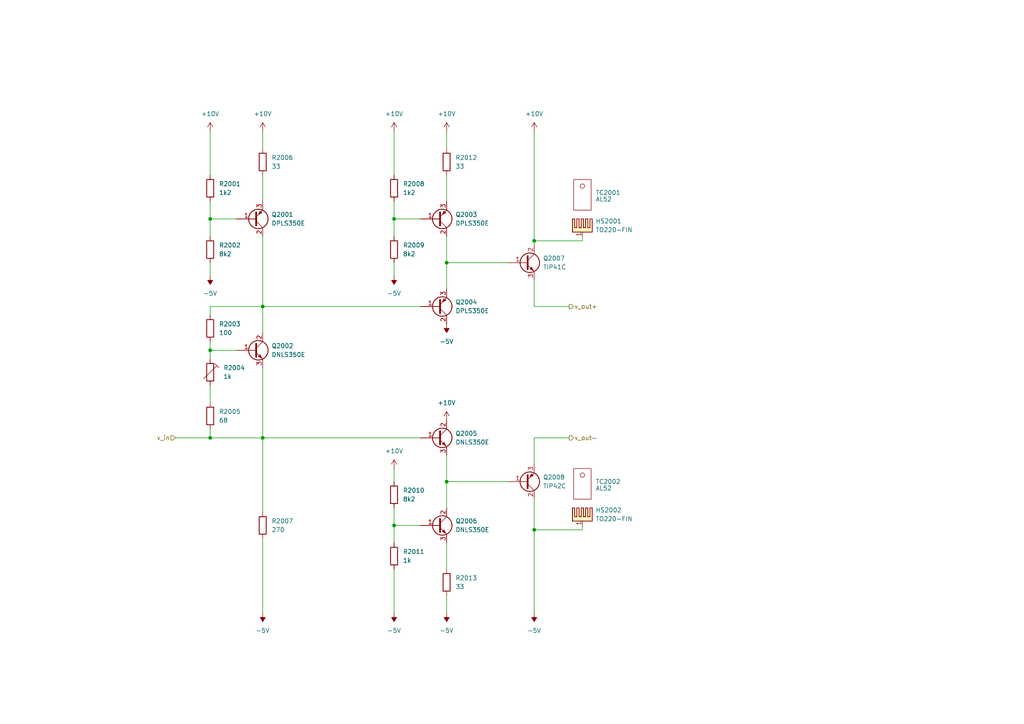
<source format=kicad_sch>
(kicad_sch
	(version 20231120)
	(generator "eeschema")
	(generator_version "8.0")
	(uuid "977fb297-115e-4174-b698-550dd2018f5e")
	(paper "A4")
	(title_block
		(title "Power Supply Sink")
		(date "2024-11-12")
		(rev "0.6.0")
		(company "Open Battery Tester")
		(comment 1 "Bias Stage")
	)
	(lib_symbols
		(symbol "pss:+10V"
			(power)
			(pin_numbers hide)
			(pin_names
				(offset 0) hide)
			(exclude_from_sim no)
			(in_bom yes)
			(on_board yes)
			(property "Reference" "#PWR"
				(at 0 -3.81 0)
				(effects
					(font
						(size 1.27 1.27)
					)
					(hide yes)
				)
			)
			(property "Value" "+10V"
				(at 0 3.556 0)
				(effects
					(font
						(size 1.27 1.27)
					)
				)
			)
			(property "Footprint" ""
				(at 0 0 0)
				(effects
					(font
						(size 1.27 1.27)
					)
					(hide yes)
				)
			)
			(property "Datasheet" ""
				(at 0 0 0)
				(effects
					(font
						(size 1.27 1.27)
					)
					(hide yes)
				)
			)
			(property "Description" "Power symbol creates a global label with name \"+10V\""
				(at 0 0 0)
				(effects
					(font
						(size 1.27 1.27)
					)
					(hide yes)
				)
			)
			(property "ki_keywords" "global power"
				(at 0 0 0)
				(effects
					(font
						(size 1.27 1.27)
					)
					(hide yes)
				)
			)
			(symbol "+10V_0_1"
				(polyline
					(pts
						(xy -0.762 1.27) (xy 0 2.54)
					)
					(stroke
						(width 0)
						(type default)
					)
					(fill
						(type none)
					)
				)
				(polyline
					(pts
						(xy 0 0) (xy 0 2.54)
					)
					(stroke
						(width 0)
						(type default)
					)
					(fill
						(type none)
					)
				)
				(polyline
					(pts
						(xy 0 2.54) (xy 0.762 1.27)
					)
					(stroke
						(width 0)
						(type default)
					)
					(fill
						(type none)
					)
				)
			)
			(symbol "+10V_1_1"
				(pin power_in line
					(at 0 0 90)
					(length 0)
					(name "~"
						(effects
							(font
								(size 1.27 1.27)
							)
						)
					)
					(number "1"
						(effects
							(font
								(size 1.27 1.27)
							)
						)
					)
				)
			)
		)
		(symbol "pss:-5V"
			(power)
			(pin_numbers hide)
			(pin_names
				(offset 0) hide)
			(exclude_from_sim no)
			(in_bom yes)
			(on_board yes)
			(property "Reference" "#PWR"
				(at 0 -3.81 0)
				(effects
					(font
						(size 1.27 1.27)
					)
					(hide yes)
				)
			)
			(property "Value" "-5V"
				(at 0 3.556 0)
				(effects
					(font
						(size 1.27 1.27)
					)
				)
			)
			(property "Footprint" ""
				(at 0 0 0)
				(effects
					(font
						(size 1.27 1.27)
					)
					(hide yes)
				)
			)
			(property "Datasheet" ""
				(at 0 0 0)
				(effects
					(font
						(size 1.27 1.27)
					)
					(hide yes)
				)
			)
			(property "Description" "Power symbol creates a global label with name \"-5V\""
				(at 0 0 0)
				(effects
					(font
						(size 1.27 1.27)
					)
					(hide yes)
				)
			)
			(property "ki_keywords" "global power"
				(at 0 0 0)
				(effects
					(font
						(size 1.27 1.27)
					)
					(hide yes)
				)
			)
			(symbol "-5V_0_0"
				(pin power_in line
					(at 0 0 90)
					(length 0)
					(name "~"
						(effects
							(font
								(size 1.27 1.27)
							)
						)
					)
					(number "1"
						(effects
							(font
								(size 1.27 1.27)
							)
						)
					)
				)
			)
			(symbol "-5V_0_1"
				(polyline
					(pts
						(xy 0 0) (xy 0 1.27) (xy 0.762 1.27) (xy 0 2.54) (xy -0.762 1.27) (xy 0 1.27)
					)
					(stroke
						(width 0)
						(type default)
					)
					(fill
						(type outline)
					)
				)
			)
		)
		(symbol "pss:Heatsink_Pad"
			(pin_names
				(offset 0)
			)
			(exclude_from_sim yes)
			(in_bom yes)
			(on_board yes)
			(property "Reference" "HS"
				(at 0 5.715 0)
				(effects
					(font
						(size 1.27 1.27)
					)
				)
			)
			(property "Value" "Heatsink_Pad"
				(at 0 3.81 0)
				(effects
					(font
						(size 1.27 1.27)
					)
				)
			)
			(property "Footprint" ""
				(at 0.3048 -1.27 0)
				(effects
					(font
						(size 1.27 1.27)
					)
					(hide yes)
				)
			)
			(property "Datasheet" "~"
				(at 0.3048 -1.27 0)
				(effects
					(font
						(size 1.27 1.27)
					)
					(hide yes)
				)
			)
			(property "Description" "Heatsink with electrical connection, 1 pin"
				(at 0 0 0)
				(effects
					(font
						(size 1.27 1.27)
					)
					(hide yes)
				)
			)
			(property "ki_keywords" "thermal heat temperature"
				(at 0 0 0)
				(effects
					(font
						(size 1.27 1.27)
					)
					(hide yes)
				)
			)
			(property "ki_fp_filters" "Heatsink_*"
				(at 0 0 0)
				(effects
					(font
						(size 1.27 1.27)
					)
					(hide yes)
				)
			)
			(symbol "Heatsink_Pad_0_1"
				(polyline
					(pts
						(xy -0.3302 0) (xy -0.9652 0) (xy -0.9652 2.54) (xy -1.6002 2.54) (xy -1.6002 0) (xy -2.2352 0)
						(xy -2.2352 2.54) (xy -2.8702 2.54) (xy -2.8702 -1.27) (xy -0.9652 -1.27)
					)
					(stroke
						(width 0.254)
						(type default)
					)
					(fill
						(type background)
					)
				)
				(polyline
					(pts
						(xy -0.3302 0) (xy -0.3302 2.54) (xy 0.3048 2.54) (xy 0.3048 0) (xy 0.9398 0) (xy 0.9398 2.54)
						(xy 1.5748 2.54) (xy 1.5748 0) (xy 2.2098 0) (xy 2.2098 2.54) (xy 2.8448 2.54) (xy 2.8448 -1.27)
						(xy -0.9652 -1.27)
					)
					(stroke
						(width 0.254)
						(type default)
					)
					(fill
						(type background)
					)
				)
			)
			(symbol "Heatsink_Pad_1_1"
				(pin passive line
					(at 0 -2.54 90)
					(length 1.27)
					(name "~"
						(effects
							(font
								(size 1.27 1.27)
							)
						)
					)
					(number "1"
						(effects
							(font
								(size 1.27 1.27)
							)
						)
					)
				)
			)
		)
		(symbol "pss:Q_NPN_BCE"
			(pin_names
				(offset 0) hide)
			(exclude_from_sim no)
			(in_bom yes)
			(on_board yes)
			(property "Reference" "Q"
				(at 5.08 1.27 0)
				(effects
					(font
						(size 1.27 1.27)
					)
					(justify left)
				)
			)
			(property "Value" "Q_NPN_BCE"
				(at 5.08 -1.27 0)
				(effects
					(font
						(size 1.27 1.27)
					)
					(justify left)
				)
			)
			(property "Footprint" ""
				(at 5.08 2.54 0)
				(effects
					(font
						(size 1.27 1.27)
					)
					(hide yes)
				)
			)
			(property "Datasheet" "~"
				(at 0 0 0)
				(effects
					(font
						(size 1.27 1.27)
					)
					(hide yes)
				)
			)
			(property "Description" "NPN transistor, base/collector/emitter"
				(at 0 0 0)
				(effects
					(font
						(size 1.27 1.27)
					)
					(hide yes)
				)
			)
			(property "ki_keywords" "transistor NPN"
				(at 0 0 0)
				(effects
					(font
						(size 1.27 1.27)
					)
					(hide yes)
				)
			)
			(symbol "Q_NPN_BCE_0_1"
				(polyline
					(pts
						(xy 0.635 0.635) (xy 2.54 2.54)
					)
					(stroke
						(width 0)
						(type default)
					)
					(fill
						(type none)
					)
				)
				(polyline
					(pts
						(xy 0.635 -0.635) (xy 2.54 -2.54) (xy 2.54 -2.54)
					)
					(stroke
						(width 0)
						(type default)
					)
					(fill
						(type none)
					)
				)
				(polyline
					(pts
						(xy 0.635 1.905) (xy 0.635 -1.905) (xy 0.635 -1.905)
					)
					(stroke
						(width 0.508)
						(type default)
					)
					(fill
						(type none)
					)
				)
				(polyline
					(pts
						(xy 1.27 -1.778) (xy 1.778 -1.27) (xy 2.286 -2.286) (xy 1.27 -1.778) (xy 1.27 -1.778)
					)
					(stroke
						(width 0)
						(type default)
					)
					(fill
						(type outline)
					)
				)
				(circle
					(center 1.27 0)
					(radius 2.8194)
					(stroke
						(width 0.254)
						(type default)
					)
					(fill
						(type none)
					)
				)
			)
			(symbol "Q_NPN_BCE_1_1"
				(pin input line
					(at -5.08 0 0)
					(length 5.715)
					(name "B"
						(effects
							(font
								(size 1.27 1.27)
							)
						)
					)
					(number "1"
						(effects
							(font
								(size 1.27 1.27)
							)
						)
					)
				)
				(pin passive line
					(at 2.54 5.08 270)
					(length 2.54)
					(name "C"
						(effects
							(font
								(size 1.27 1.27)
							)
						)
					)
					(number "2"
						(effects
							(font
								(size 1.27 1.27)
							)
						)
					)
				)
				(pin passive line
					(at 2.54 -5.08 90)
					(length 2.54)
					(name "E"
						(effects
							(font
								(size 1.27 1.27)
							)
						)
					)
					(number "3"
						(effects
							(font
								(size 1.27 1.27)
							)
						)
					)
				)
			)
		)
		(symbol "pss:Q_PNP_BCE"
			(pin_names
				(offset 0) hide)
			(exclude_from_sim no)
			(in_bom yes)
			(on_board yes)
			(property "Reference" "Q"
				(at 5.08 1.27 0)
				(effects
					(font
						(size 1.27 1.27)
					)
					(justify left)
				)
			)
			(property "Value" "Q_PNP_BCE"
				(at 5.08 -1.27 0)
				(effects
					(font
						(size 1.27 1.27)
					)
					(justify left)
				)
			)
			(property "Footprint" ""
				(at 5.08 2.54 0)
				(effects
					(font
						(size 1.27 1.27)
					)
					(hide yes)
				)
			)
			(property "Datasheet" "~"
				(at 0 0 0)
				(effects
					(font
						(size 1.27 1.27)
					)
					(hide yes)
				)
			)
			(property "Description" "PNP transistor, base/collector/emitter"
				(at 0 0 0)
				(effects
					(font
						(size 1.27 1.27)
					)
					(hide yes)
				)
			)
			(property "ki_keywords" "transistor PNP"
				(at 0 0 0)
				(effects
					(font
						(size 1.27 1.27)
					)
					(hide yes)
				)
			)
			(symbol "Q_PNP_BCE_0_1"
				(polyline
					(pts
						(xy 0.635 0.635) (xy 2.54 2.54)
					)
					(stroke
						(width 0)
						(type default)
					)
					(fill
						(type none)
					)
				)
				(polyline
					(pts
						(xy 0.635 -0.635) (xy 2.54 -2.54) (xy 2.54 -2.54)
					)
					(stroke
						(width 0)
						(type default)
					)
					(fill
						(type none)
					)
				)
				(polyline
					(pts
						(xy 0.635 1.905) (xy 0.635 -1.905) (xy 0.635 -1.905)
					)
					(stroke
						(width 0.508)
						(type default)
					)
					(fill
						(type none)
					)
				)
				(polyline
					(pts
						(xy 2.286 -1.778) (xy 1.778 -2.286) (xy 1.27 -1.27) (xy 2.286 -1.778) (xy 2.286 -1.778)
					)
					(stroke
						(width 0)
						(type default)
					)
					(fill
						(type outline)
					)
				)
				(circle
					(center 1.27 0)
					(radius 2.8194)
					(stroke
						(width 0.254)
						(type default)
					)
					(fill
						(type none)
					)
				)
			)
			(symbol "Q_PNP_BCE_1_1"
				(pin input line
					(at -5.08 0 0)
					(length 5.715)
					(name "B"
						(effects
							(font
								(size 1.27 1.27)
							)
						)
					)
					(number "1"
						(effects
							(font
								(size 1.27 1.27)
							)
						)
					)
				)
				(pin passive line
					(at 2.54 5.08 270)
					(length 2.54)
					(name "C"
						(effects
							(font
								(size 1.27 1.27)
							)
						)
					)
					(number "2"
						(effects
							(font
								(size 1.27 1.27)
							)
						)
					)
				)
				(pin passive line
					(at 2.54 -5.08 90)
					(length 2.54)
					(name "E"
						(effects
							(font
								(size 1.27 1.27)
							)
						)
					)
					(number "3"
						(effects
							(font
								(size 1.27 1.27)
							)
						)
					)
				)
			)
		)
		(symbol "pss:R"
			(pin_numbers hide)
			(pin_names
				(offset 0)
			)
			(exclude_from_sim no)
			(in_bom yes)
			(on_board yes)
			(property "Reference" "R"
				(at 2.032 0 90)
				(effects
					(font
						(size 1.27 1.27)
					)
				)
			)
			(property "Value" "R"
				(at 0 0 90)
				(effects
					(font
						(size 1.27 1.27)
					)
				)
			)
			(property "Footprint" ""
				(at -1.778 0 90)
				(effects
					(font
						(size 1.27 1.27)
					)
					(hide yes)
				)
			)
			(property "Datasheet" "~"
				(at 0 0 0)
				(effects
					(font
						(size 1.27 1.27)
					)
					(hide yes)
				)
			)
			(property "Description" "Resistor"
				(at 0 0 0)
				(effects
					(font
						(size 1.27 1.27)
					)
					(hide yes)
				)
			)
			(property "ki_keywords" "R res resistor"
				(at 0 0 0)
				(effects
					(font
						(size 1.27 1.27)
					)
					(hide yes)
				)
			)
			(property "ki_fp_filters" "R_*"
				(at 0 0 0)
				(effects
					(font
						(size 1.27 1.27)
					)
					(hide yes)
				)
			)
			(symbol "R_0_1"
				(rectangle
					(start -1.016 -2.54)
					(end 1.016 2.54)
					(stroke
						(width 0.254)
						(type default)
					)
					(fill
						(type none)
					)
				)
			)
			(symbol "R_1_1"
				(pin passive line
					(at 0 3.81 270)
					(length 1.27)
					(name "~"
						(effects
							(font
								(size 1.27 1.27)
							)
						)
					)
					(number "1"
						(effects
							(font
								(size 1.27 1.27)
							)
						)
					)
				)
				(pin passive line
					(at 0 -3.81 90)
					(length 1.27)
					(name "~"
						(effects
							(font
								(size 1.27 1.27)
							)
						)
					)
					(number "2"
						(effects
							(font
								(size 1.27 1.27)
							)
						)
					)
				)
			)
		)
		(symbol "pss:R_Trim"
			(pin_numbers hide)
			(pin_names
				(offset 0)
			)
			(exclude_from_sim no)
			(in_bom yes)
			(on_board yes)
			(property "Reference" "R"
				(at 2.54 -2.54 90)
				(effects
					(font
						(size 1.27 1.27)
					)
					(justify left)
				)
			)
			(property "Value" "R_Trim"
				(at -2.54 -0.635 90)
				(effects
					(font
						(size 1.27 1.27)
					)
					(justify left)
				)
			)
			(property "Footprint" ""
				(at -1.778 0 90)
				(effects
					(font
						(size 1.27 1.27)
					)
					(hide yes)
				)
			)
			(property "Datasheet" "~"
				(at 0 0 0)
				(effects
					(font
						(size 1.27 1.27)
					)
					(hide yes)
				)
			)
			(property "Description" "Trimmable resistor (preset resistor)"
				(at 0 0 0)
				(effects
					(font
						(size 1.27 1.27)
					)
					(hide yes)
				)
			)
			(property "ki_keywords" "R res resistor variable potentiometer trimmer"
				(at 0 0 0)
				(effects
					(font
						(size 1.27 1.27)
					)
					(hide yes)
				)
			)
			(property "ki_fp_filters" "R_*"
				(at 0 0 0)
				(effects
					(font
						(size 1.27 1.27)
					)
					(hide yes)
				)
			)
			(symbol "R_Trim_0_1"
				(rectangle
					(start -1.016 -2.54)
					(end 1.016 2.54)
					(stroke
						(width 0.254)
						(type default)
					)
					(fill
						(type none)
					)
				)
				(polyline
					(pts
						(xy -1.905 -1.905) (xy 1.905 1.905) (xy 2.54 1.27) (xy 1.27 2.54)
					)
					(stroke
						(width 0)
						(type default)
					)
					(fill
						(type none)
					)
				)
			)
			(symbol "R_Trim_1_1"
				(pin passive line
					(at 0 3.81 270)
					(length 1.27)
					(name "~"
						(effects
							(font
								(size 1.27 1.27)
							)
						)
					)
					(number "1"
						(effects
							(font
								(size 1.27 1.27)
							)
						)
					)
				)
				(pin passive line
					(at 0 -3.81 90)
					(length 1.27)
					(name "~"
						(effects
							(font
								(size 1.27 1.27)
							)
						)
					)
					(number "2"
						(effects
							(font
								(size 1.27 1.27)
							)
						)
					)
				)
			)
		)
		(symbol "pss:TIP41C"
			(pin_names
				(offset 0) hide)
			(exclude_from_sim no)
			(in_bom yes)
			(on_board yes)
			(property "Reference" "Q"
				(at 6.35 1.905 0)
				(effects
					(font
						(size 1.27 1.27)
					)
					(justify left)
				)
			)
			(property "Value" "TIP41C"
				(at 6.35 0 0)
				(effects
					(font
						(size 1.27 1.27)
					)
					(justify left)
				)
			)
			(property "Footprint" "Package_TO_SOT_THT:TO-220-3_Vertical"
				(at 6.35 -1.905 0)
				(effects
					(font
						(size 1.27 1.27)
						(italic yes)
					)
					(justify left)
					(hide yes)
				)
			)
			(property "Datasheet" "https://www.centralsemi.com/get_document.php?cmp=1&mergetype=pd&mergepath=pd&pdf_id=tip41.PDF"
				(at 0 0 0)
				(effects
					(font
						(size 1.27 1.27)
					)
					(justify left)
					(hide yes)
				)
			)
			(property "Description" "6A Ic, 100V Vce, Power NPN Transistor, TO-220"
				(at 0 0 0)
				(effects
					(font
						(size 1.27 1.27)
					)
					(hide yes)
				)
			)
			(property "ki_keywords" "power NPN Transistor"
				(at 0 0 0)
				(effects
					(font
						(size 1.27 1.27)
					)
					(hide yes)
				)
			)
			(property "ki_fp_filters" "TO?220*"
				(at 0 0 0)
				(effects
					(font
						(size 1.27 1.27)
					)
					(hide yes)
				)
			)
			(symbol "TIP41C_0_1"
				(polyline
					(pts
						(xy 0.635 0.635) (xy 2.54 2.54)
					)
					(stroke
						(width 0)
						(type default)
					)
					(fill
						(type none)
					)
				)
				(polyline
					(pts
						(xy 0.635 -0.635) (xy 2.54 -2.54) (xy 2.54 -2.54)
					)
					(stroke
						(width 0)
						(type default)
					)
					(fill
						(type none)
					)
				)
				(polyline
					(pts
						(xy 0.635 1.905) (xy 0.635 -1.905) (xy 0.635 -1.905)
					)
					(stroke
						(width 0.508)
						(type default)
					)
					(fill
						(type none)
					)
				)
				(polyline
					(pts
						(xy 1.27 -1.778) (xy 1.778 -1.27) (xy 2.286 -2.286) (xy 1.27 -1.778) (xy 1.27 -1.778)
					)
					(stroke
						(width 0)
						(type default)
					)
					(fill
						(type outline)
					)
				)
				(circle
					(center 1.27 0)
					(radius 2.8194)
					(stroke
						(width 0.254)
						(type default)
					)
					(fill
						(type none)
					)
				)
			)
			(symbol "TIP41C_1_1"
				(pin input line
					(at -5.08 0 0)
					(length 5.715)
					(name "B"
						(effects
							(font
								(size 1.27 1.27)
							)
						)
					)
					(number "1"
						(effects
							(font
								(size 1.27 1.27)
							)
						)
					)
				)
				(pin passive line
					(at 2.54 5.08 270)
					(length 2.54)
					(name "C"
						(effects
							(font
								(size 1.27 1.27)
							)
						)
					)
					(number "2"
						(effects
							(font
								(size 1.27 1.27)
							)
						)
					)
				)
				(pin passive line
					(at 2.54 -5.08 90)
					(length 2.54)
					(name "E"
						(effects
							(font
								(size 1.27 1.27)
							)
						)
					)
					(number "3"
						(effects
							(font
								(size 1.27 1.27)
							)
						)
					)
				)
			)
		)
		(symbol "pss:TIP42C"
			(pin_names
				(offset 0) hide)
			(exclude_from_sim no)
			(in_bom yes)
			(on_board yes)
			(property "Reference" "Q"
				(at 6.35 1.905 0)
				(effects
					(font
						(size 1.27 1.27)
					)
					(justify left)
				)
			)
			(property "Value" "TIP42C"
				(at 6.35 0 0)
				(effects
					(font
						(size 1.27 1.27)
					)
					(justify left)
				)
			)
			(property "Footprint" "Package_TO_SOT_THT:TO-220-3_Vertical"
				(at 6.35 -1.905 0)
				(effects
					(font
						(size 1.27 1.27)
						(italic yes)
					)
					(justify left)
					(hide yes)
				)
			)
			(property "Datasheet" "https://www.centralsemi.com/get_document.php?cmp=1&mergetype=pd&mergepath=pd&pdf_id=TIP42.PDF"
				(at 0 0 0)
				(effects
					(font
						(size 1.27 1.27)
					)
					(justify left)
					(hide yes)
				)
			)
			(property "Description" "-6A Ic, -100V Vce, Power PNP Transistor, TO-220"
				(at 0 0 0)
				(effects
					(font
						(size 1.27 1.27)
					)
					(hide yes)
				)
			)
			(property "ki_keywords" "power PNP Transistor"
				(at 0 0 0)
				(effects
					(font
						(size 1.27 1.27)
					)
					(hide yes)
				)
			)
			(property "ki_fp_filters" "TO?220*"
				(at 0 0 0)
				(effects
					(font
						(size 1.27 1.27)
					)
					(hide yes)
				)
			)
			(symbol "TIP42C_0_1"
				(polyline
					(pts
						(xy 0.635 0.635) (xy 2.54 2.54)
					)
					(stroke
						(width 0)
						(type default)
					)
					(fill
						(type none)
					)
				)
				(polyline
					(pts
						(xy 0.635 -0.635) (xy 2.54 -2.54) (xy 2.54 -2.54)
					)
					(stroke
						(width 0)
						(type default)
					)
					(fill
						(type none)
					)
				)
				(polyline
					(pts
						(xy 0.635 1.905) (xy 0.635 -1.905) (xy 0.635 -1.905)
					)
					(stroke
						(width 0.508)
						(type default)
					)
					(fill
						(type none)
					)
				)
				(polyline
					(pts
						(xy 2.286 -1.778) (xy 1.778 -2.286) (xy 1.27 -1.27) (xy 2.286 -1.778) (xy 2.286 -1.778)
					)
					(stroke
						(width 0)
						(type default)
					)
					(fill
						(type outline)
					)
				)
				(circle
					(center 1.27 0)
					(radius 2.8194)
					(stroke
						(width 0.254)
						(type default)
					)
					(fill
						(type none)
					)
				)
			)
			(symbol "TIP42C_1_1"
				(pin input line
					(at -5.08 0 0)
					(length 5.715)
					(name "B"
						(effects
							(font
								(size 1.27 1.27)
							)
						)
					)
					(number "1"
						(effects
							(font
								(size 1.27 1.27)
							)
						)
					)
				)
				(pin passive line
					(at 2.54 5.08 270)
					(length 2.54)
					(name "C"
						(effects
							(font
								(size 1.27 1.27)
							)
						)
					)
					(number "2"
						(effects
							(font
								(size 1.27 1.27)
							)
						)
					)
				)
				(pin passive line
					(at 2.54 -5.08 90)
					(length 2.54)
					(name "E"
						(effects
							(font
								(size 1.27 1.27)
							)
						)
					)
					(number "3"
						(effects
							(font
								(size 1.27 1.27)
							)
						)
					)
				)
			)
		)
		(symbol "pss:Thermal_Conductor"
			(exclude_from_sim yes)
			(in_bom yes)
			(on_board no)
			(property "Reference" "TC"
				(at 0 0 0)
				(effects
					(font
						(size 1.27 1.27)
					)
				)
			)
			(property "Value" ""
				(at 0 0 0)
				(effects
					(font
						(size 1.27 1.27)
					)
				)
			)
			(property "Footprint" ""
				(at 0 0 0)
				(effects
					(font
						(size 1.27 1.27)
					)
					(hide yes)
				)
			)
			(property "Datasheet" ""
				(at 0 0 0)
				(effects
					(font
						(size 1.27 1.27)
					)
					(hide yes)
				)
			)
			(property "Description" "Thermal component for thermal coupling of heatsink (electrically conductive)"
				(at 0 0 0)
				(effects
					(font
						(size 1.27 1.27)
					)
					(hide yes)
				)
			)
			(symbol "Thermal_Conductor_0_1"
				(rectangle
					(start -2.54 3.81)
					(end 2.54 -5.08)
					(stroke
						(width 0)
						(type default)
					)
					(fill
						(type none)
					)
				)
				(circle
					(center 0 1.905)
					(radius 0.635)
					(stroke
						(width 0)
						(type default)
					)
					(fill
						(type none)
					)
				)
			)
		)
	)
	(junction
		(at 60.96 101.6)
		(diameter 0)
		(color 0 0 0 0)
		(uuid "133445d4-fda2-4bb4-99f6-db7861bf6f64")
	)
	(junction
		(at 76.2 127)
		(diameter 0)
		(color 0 0 0 0)
		(uuid "1dbe75c2-f719-4c68-9cce-dccd1e412f01")
	)
	(junction
		(at 114.3 152.4)
		(diameter 0)
		(color 0 0 0 0)
		(uuid "33dbda08-c613-4359-abaf-21ee38a778c6")
	)
	(junction
		(at 60.96 63.5)
		(diameter 0)
		(color 0 0 0 0)
		(uuid "35e4c345-7855-4cb1-82bd-2fdff10ce9f0")
	)
	(junction
		(at 114.3 63.5)
		(diameter 0)
		(color 0 0 0 0)
		(uuid "3f8fce72-e439-43fd-a099-6b54030e9ecc")
	)
	(junction
		(at 76.2 88.9)
		(diameter 0)
		(color 0 0 0 0)
		(uuid "73ad4e4a-eae3-423f-a635-8e9e0b76a1e0")
	)
	(junction
		(at 129.54 139.7)
		(diameter 0)
		(color 0 0 0 0)
		(uuid "77a00ee8-87c0-4d2f-a004-b409d896a5db")
	)
	(junction
		(at 154.94 153.67)
		(diameter 0)
		(color 0 0 0 0)
		(uuid "91162946-3405-4f9c-9dd8-052bf970b933")
	)
	(junction
		(at 60.96 127)
		(diameter 0)
		(color 0 0 0 0)
		(uuid "9ea6661d-d82d-474e-ade6-e44c312a0294")
	)
	(junction
		(at 154.94 69.85)
		(diameter 0)
		(color 0 0 0 0)
		(uuid "d74bbe1e-6983-4427-8803-06017083957d")
	)
	(junction
		(at 129.54 76.2)
		(diameter 0)
		(color 0 0 0 0)
		(uuid "dba5e531-ab08-4284-9b88-ac3ecf71ded4")
	)
	(wire
		(pts
			(xy 129.54 139.7) (xy 129.54 132.08)
		)
		(stroke
			(width 0)
			(type default)
		)
		(uuid "00b85076-8751-458f-bc1f-c2079a13c9a8")
	)
	(wire
		(pts
			(xy 121.92 88.9) (xy 76.2 88.9)
		)
		(stroke
			(width 0)
			(type default)
		)
		(uuid "0b18e59f-41b9-493c-be82-a4611ff26400")
	)
	(wire
		(pts
			(xy 60.96 76.2) (xy 60.96 80.01)
		)
		(stroke
			(width 0)
			(type default)
		)
		(uuid "0c043f11-d903-4727-82bd-8fdb014499b6")
	)
	(wire
		(pts
			(xy 147.32 139.7) (xy 129.54 139.7)
		)
		(stroke
			(width 0)
			(type default)
		)
		(uuid "0d91dfe3-64dc-4cde-860c-2f2d818b3777")
	)
	(wire
		(pts
			(xy 76.2 127) (xy 76.2 148.59)
		)
		(stroke
			(width 0)
			(type default)
		)
		(uuid "1065275a-e2b9-4fe3-9b54-f38c72a06fa2")
	)
	(wire
		(pts
			(xy 154.94 144.78) (xy 154.94 153.67)
		)
		(stroke
			(width 0)
			(type default)
		)
		(uuid "1f9a569a-1290-4996-b2c0-de757be51132")
	)
	(wire
		(pts
			(xy 60.96 127) (xy 76.2 127)
		)
		(stroke
			(width 0)
			(type default)
		)
		(uuid "2222783a-bb3d-4512-b5c7-96acb30d1642")
	)
	(wire
		(pts
			(xy 60.96 63.5) (xy 60.96 68.58)
		)
		(stroke
			(width 0)
			(type default)
		)
		(uuid "265b0997-6376-41f8-a7ce-27d5d72236bb")
	)
	(wire
		(pts
			(xy 114.3 177.8) (xy 114.3 165.1)
		)
		(stroke
			(width 0)
			(type default)
		)
		(uuid "268a3b26-f3a8-462e-9d80-18b613718d81")
	)
	(wire
		(pts
			(xy 154.94 88.9) (xy 154.94 81.28)
		)
		(stroke
			(width 0)
			(type default)
		)
		(uuid "28587cae-1cf1-4158-bd6d-17563256917a")
	)
	(wire
		(pts
			(xy 76.2 38.1) (xy 76.2 43.18)
		)
		(stroke
			(width 0)
			(type default)
		)
		(uuid "287d8ffa-e21b-411d-9649-517aa3498959")
	)
	(wire
		(pts
			(xy 60.96 124.46) (xy 60.96 127)
		)
		(stroke
			(width 0)
			(type default)
		)
		(uuid "3453effe-40c5-47e8-837f-2429c77ab45c")
	)
	(wire
		(pts
			(xy 168.91 152.4) (xy 168.91 153.67)
		)
		(stroke
			(width 0)
			(type default)
		)
		(uuid "3a6c3510-6126-4af5-82f5-827016676d04")
	)
	(wire
		(pts
			(xy 68.58 63.5) (xy 60.96 63.5)
		)
		(stroke
			(width 0)
			(type default)
		)
		(uuid "407ad101-115d-48f2-ad4e-e5ca38f28617")
	)
	(wire
		(pts
			(xy 60.96 104.14) (xy 60.96 101.6)
		)
		(stroke
			(width 0)
			(type default)
		)
		(uuid "41e752c1-751a-41e3-8d6d-5e6a606c144a")
	)
	(wire
		(pts
			(xy 76.2 127) (xy 76.2 106.68)
		)
		(stroke
			(width 0)
			(type default)
		)
		(uuid "43dff051-abdd-420e-85de-958e6bd15697")
	)
	(wire
		(pts
			(xy 147.32 76.2) (xy 129.54 76.2)
		)
		(stroke
			(width 0)
			(type default)
		)
		(uuid "55207528-7d78-44c2-a660-9270e9f2e05b")
	)
	(wire
		(pts
			(xy 114.3 38.1) (xy 114.3 50.8)
		)
		(stroke
			(width 0)
			(type default)
		)
		(uuid "5daeb164-6f42-46b1-962b-2ce782c385a3")
	)
	(wire
		(pts
			(xy 76.2 88.9) (xy 76.2 96.52)
		)
		(stroke
			(width 0)
			(type default)
		)
		(uuid "5f5c05f0-b679-4535-b680-8914d3d83119")
	)
	(wire
		(pts
			(xy 60.96 101.6) (xy 60.96 99.06)
		)
		(stroke
			(width 0)
			(type default)
		)
		(uuid "668297f5-b1f4-41b5-885d-fb14af31f7d2")
	)
	(wire
		(pts
			(xy 129.54 38.1) (xy 129.54 43.18)
		)
		(stroke
			(width 0)
			(type default)
		)
		(uuid "69f84400-519c-4e65-a4fe-7c0d53a2c803")
	)
	(wire
		(pts
			(xy 129.54 68.58) (xy 129.54 76.2)
		)
		(stroke
			(width 0)
			(type default)
		)
		(uuid "6ab3b0b1-c5ee-43a3-bfa3-fae849317bd5")
	)
	(wire
		(pts
			(xy 165.1 88.9) (xy 154.94 88.9)
		)
		(stroke
			(width 0)
			(type default)
		)
		(uuid "6f986ed5-10cb-49a0-b75f-20a777d5ccdb")
	)
	(wire
		(pts
			(xy 129.54 76.2) (xy 129.54 83.82)
		)
		(stroke
			(width 0)
			(type default)
		)
		(uuid "6f9e505e-734f-4064-8ec2-2fe372153c1a")
	)
	(wire
		(pts
			(xy 60.96 63.5) (xy 60.96 58.42)
		)
		(stroke
			(width 0)
			(type default)
		)
		(uuid "71639ca9-7112-4986-9749-6cb42135768b")
	)
	(wire
		(pts
			(xy 121.92 152.4) (xy 114.3 152.4)
		)
		(stroke
			(width 0)
			(type default)
		)
		(uuid "77f04cb7-8ded-4675-a916-98e51afa48c6")
	)
	(wire
		(pts
			(xy 168.91 153.67) (xy 154.94 153.67)
		)
		(stroke
			(width 0)
			(type default)
		)
		(uuid "79c36a49-628a-48de-b3e5-8f5d2d887e3d")
	)
	(wire
		(pts
			(xy 154.94 127) (xy 154.94 134.62)
		)
		(stroke
			(width 0)
			(type default)
		)
		(uuid "880059b7-b1ad-41e7-b557-4448274dc31b")
	)
	(wire
		(pts
			(xy 114.3 76.2) (xy 114.3 80.01)
		)
		(stroke
			(width 0)
			(type default)
		)
		(uuid "8a89bd75-c15c-43ff-bd6c-dd8fac96e2a2")
	)
	(wire
		(pts
			(xy 60.96 88.9) (xy 76.2 88.9)
		)
		(stroke
			(width 0)
			(type default)
		)
		(uuid "8d97f04a-ccd9-40fa-981f-09f34e57827e")
	)
	(wire
		(pts
			(xy 114.3 152.4) (xy 114.3 147.32)
		)
		(stroke
			(width 0)
			(type default)
		)
		(uuid "94e62fc0-9bc5-4af7-9bb8-0d825e958af6")
	)
	(wire
		(pts
			(xy 60.96 111.76) (xy 60.96 116.84)
		)
		(stroke
			(width 0)
			(type default)
		)
		(uuid "9ad1e3c9-12c1-4eec-b78a-8d46c9f515e9")
	)
	(wire
		(pts
			(xy 154.94 69.85) (xy 154.94 71.12)
		)
		(stroke
			(width 0)
			(type default)
		)
		(uuid "a0a8b1a7-7473-42d9-a1b8-eac5155de6d9")
	)
	(wire
		(pts
			(xy 154.94 69.85) (xy 168.91 69.85)
		)
		(stroke
			(width 0)
			(type default)
		)
		(uuid "aeff468f-b983-4da0-960b-77808adf7378")
	)
	(wire
		(pts
			(xy 154.94 38.1) (xy 154.94 69.85)
		)
		(stroke
			(width 0)
			(type default)
		)
		(uuid "b1f81a73-acff-45de-8221-94c939b44906")
	)
	(wire
		(pts
			(xy 60.96 101.6) (xy 68.58 101.6)
		)
		(stroke
			(width 0)
			(type default)
		)
		(uuid "b96b1889-2a00-4809-81fb-fd9e79983df7")
	)
	(wire
		(pts
			(xy 154.94 153.67) (xy 154.94 177.8)
		)
		(stroke
			(width 0)
			(type default)
		)
		(uuid "bb1e393f-85d1-4055-9ff5-32402fbfbd4a")
	)
	(wire
		(pts
			(xy 114.3 63.5) (xy 114.3 68.58)
		)
		(stroke
			(width 0)
			(type default)
		)
		(uuid "bed990c5-3a0d-4fd1-ad4c-c8ed42007496")
	)
	(wire
		(pts
			(xy 168.91 69.85) (xy 168.91 68.58)
		)
		(stroke
			(width 0)
			(type default)
		)
		(uuid "bfa86cbb-b787-455b-bacf-420affb35363")
	)
	(wire
		(pts
			(xy 76.2 156.21) (xy 76.2 177.8)
		)
		(stroke
			(width 0)
			(type default)
		)
		(uuid "c35b96f4-c639-4bc1-b216-3753a33140e2")
	)
	(wire
		(pts
			(xy 129.54 139.7) (xy 129.54 147.32)
		)
		(stroke
			(width 0)
			(type default)
		)
		(uuid "c4e1b509-d40e-4bf3-9dd3-9102a0cb1be3")
	)
	(wire
		(pts
			(xy 114.3 135.89) (xy 114.3 139.7)
		)
		(stroke
			(width 0)
			(type default)
		)
		(uuid "c5d5bf90-82e7-4bfe-8d50-250b42967f80")
	)
	(wire
		(pts
			(xy 121.92 63.5) (xy 114.3 63.5)
		)
		(stroke
			(width 0)
			(type default)
		)
		(uuid "c67fa625-a004-4f62-835e-e414d6e48005")
	)
	(wire
		(pts
			(xy 114.3 63.5) (xy 114.3 58.42)
		)
		(stroke
			(width 0)
			(type default)
		)
		(uuid "c8f06968-4cb3-4b3e-a326-9a9dfccb536d")
	)
	(wire
		(pts
			(xy 50.8 127) (xy 60.96 127)
		)
		(stroke
			(width 0)
			(type default)
		)
		(uuid "cda1d60e-f8a7-4a09-926f-457ba12bf047")
	)
	(wire
		(pts
			(xy 76.2 50.8) (xy 76.2 58.42)
		)
		(stroke
			(width 0)
			(type default)
		)
		(uuid "d4f02fd7-0ab5-4b5b-bc42-6f8a31adf1d7")
	)
	(wire
		(pts
			(xy 76.2 127) (xy 121.92 127)
		)
		(stroke
			(width 0)
			(type default)
		)
		(uuid "d9675897-b1de-43fb-9755-e28b5a06f569")
	)
	(wire
		(pts
			(xy 165.1 127) (xy 154.94 127)
		)
		(stroke
			(width 0)
			(type default)
		)
		(uuid "de8bb4b7-863a-456b-81c3-fff45e647ad3")
	)
	(wire
		(pts
			(xy 76.2 68.58) (xy 76.2 88.9)
		)
		(stroke
			(width 0)
			(type default)
		)
		(uuid "e6a491d1-11ba-4cae-b9ad-a17f4ec9d928")
	)
	(wire
		(pts
			(xy 60.96 91.44) (xy 60.96 88.9)
		)
		(stroke
			(width 0)
			(type default)
		)
		(uuid "e6c37de7-5be2-4494-a2f0-d35a90871a9c")
	)
	(wire
		(pts
			(xy 60.96 38.1) (xy 60.96 50.8)
		)
		(stroke
			(width 0)
			(type default)
		)
		(uuid "e782e379-c6d6-4058-b15b-bedccf962d02")
	)
	(wire
		(pts
			(xy 129.54 157.48) (xy 129.54 165.1)
		)
		(stroke
			(width 0)
			(type default)
		)
		(uuid "e917567d-ca43-483c-9c5c-d298b36f1c63")
	)
	(wire
		(pts
			(xy 129.54 50.8) (xy 129.54 58.42)
		)
		(stroke
			(width 0)
			(type default)
		)
		(uuid "ece775cd-3d29-4d83-b6f6-ac4e97a3da2f")
	)
	(wire
		(pts
			(xy 114.3 152.4) (xy 114.3 157.48)
		)
		(stroke
			(width 0)
			(type default)
		)
		(uuid "ecfffc64-8f78-4078-acb3-d5cbee2bc6a2")
	)
	(wire
		(pts
			(xy 129.54 172.72) (xy 129.54 177.8)
		)
		(stroke
			(width 0)
			(type default)
		)
		(uuid "f95f970e-3263-4536-bc75-ad01fcdd1a0d")
	)
	(hierarchical_label "v_out+"
		(shape output)
		(at 165.1 88.9 0)
		(fields_autoplaced yes)
		(effects
			(font
				(size 1.27 1.27)
			)
			(justify left)
		)
		(uuid "274095c3-3132-4557-88f9-c712071974ca")
	)
	(hierarchical_label "v_out-"
		(shape output)
		(at 165.1 127 0)
		(fields_autoplaced yes)
		(effects
			(font
				(size 1.27 1.27)
			)
			(justify left)
		)
		(uuid "3b529eab-5652-4ea5-9589-6b7d94cebfd8")
	)
	(hierarchical_label "v_in"
		(shape input)
		(at 50.8 127 180)
		(fields_autoplaced yes)
		(effects
			(font
				(size 1.27 1.27)
			)
			(justify right)
		)
		(uuid "d7346d2d-0fff-4a83-b614-c9f043fec7df")
	)
	(symbol
		(lib_id "pss:R")
		(at 129.54 46.99 0)
		(unit 1)
		(exclude_from_sim no)
		(in_bom yes)
		(on_board yes)
		(dnp no)
		(fields_autoplaced yes)
		(uuid "0a362bc6-40c1-4166-8709-db024af50345")
		(property "Reference" "R2012"
			(at 132.08 45.7199 0)
			(effects
				(font
					(size 1.27 1.27)
				)
				(justify left)
			)
		)
		(property "Value" "33"
			(at 132.08 48.2599 0)
			(effects
				(font
					(size 1.27 1.27)
				)
				(justify left)
			)
		)
		(property "Footprint" "Resistor_SMD:R_1210_3225Metric_Pad1.30x2.65mm_HandSolder"
			(at 127.762 46.99 90)
			(effects
				(font
					(size 1.27 1.27)
				)
				(hide yes)
			)
		)
		(property "Datasheet" "https://www.mouser.de/datasheet/2/447/YAGEO_PYu_RC_Group_51_RoHS_L_12-3313492.pdf"
			(at 129.54 46.99 0)
			(effects
				(font
					(size 1.27 1.27)
				)
				(hide yes)
			)
		)
		(property "Description" "Resistor"
			(at 129.54 46.99 0)
			(effects
				(font
					(size 1.27 1.27)
				)
				(hide yes)
			)
		)
		(property "MPN" "RC1210FR-0733RL"
			(at 129.54 46.99 0)
			(effects
				(font
					(size 1.27 1.27)
				)
				(hide yes)
			)
		)
		(property "VPN" "603-RC1210FR-0733RL"
			(at 129.54 46.99 0)
			(effects
				(font
					(size 1.27 1.27)
				)
				(hide yes)
			)
		)
		(pin "1"
			(uuid "6bcbe8fb-2842-47c0-8516-a16f972f6f47")
		)
		(pin "2"
			(uuid "7b96a2d9-fc23-4cfe-ad3f-b7d26af35afd")
		)
		(instances
			(project "pss"
				(path "/3c438cf7-9350-4e9f-8115-1deba8984176/2f3feae7-a9ea-4cb9-8521-c9b88e99d2e7/96925728-5ee9-4a9a-a057-bad7289886a2"
					(reference "R2012")
					(unit 1)
				)
			)
		)
	)
	(symbol
		(lib_id "pss:Q_PNP_BCE")
		(at 127 63.5 0)
		(mirror x)
		(unit 1)
		(exclude_from_sim no)
		(in_bom yes)
		(on_board yes)
		(dnp no)
		(fields_autoplaced yes)
		(uuid "19d288d1-6827-4a82-a6e7-b97a615c8add")
		(property "Reference" "Q2003"
			(at 132.08 62.2299 0)
			(effects
				(font
					(size 1.27 1.27)
				)
				(justify left)
			)
		)
		(property "Value" "DPLS350E"
			(at 132.08 64.7699 0)
			(effects
				(font
					(size 1.27 1.27)
				)
				(justify left)
			)
		)
		(property "Footprint" "Package_TO_SOT_SMD:SOT-223-3_TabPin2"
			(at 132.08 66.04 0)
			(effects
				(font
					(size 1.27 1.27)
				)
				(hide yes)
			)
		)
		(property "Datasheet" "https://www.diodes.com/assets/Datasheets/ds31230.pdf"
			(at 127 63.5 0)
			(effects
				(font
					(size 1.27 1.27)
				)
				(hide yes)
			)
		)
		(property "Description" "PNP transistor, base/collector/emitter"
			(at 127 63.5 0)
			(effects
				(font
					(size 1.27 1.27)
				)
				(hide yes)
			)
		)
		(property "MPN" "DPLS350E-13"
			(at 127 63.5 0)
			(effects
				(font
					(size 1.27 1.27)
				)
				(hide yes)
			)
		)
		(property "VPN" "621-DPLS350E-13"
			(at 127 63.5 0)
			(effects
				(font
					(size 1.27 1.27)
				)
				(hide yes)
			)
		)
		(pin "1"
			(uuid "186ed1c4-5633-4563-b6fe-64bd07eb1647")
		)
		(pin "2"
			(uuid "ff25ef8f-f711-4e77-912e-33ea2ab0686a")
		)
		(pin "3"
			(uuid "387d4c97-28ec-44ca-83ea-79e6b4f626e9")
		)
		(instances
			(project "pss"
				(path "/3c438cf7-9350-4e9f-8115-1deba8984176/2f3feae7-a9ea-4cb9-8521-c9b88e99d2e7/96925728-5ee9-4a9a-a057-bad7289886a2"
					(reference "Q2003")
					(unit 1)
				)
			)
		)
	)
	(symbol
		(lib_id "pss:Q_NPN_BCE")
		(at 73.66 101.6 0)
		(unit 1)
		(exclude_from_sim no)
		(in_bom yes)
		(on_board yes)
		(dnp no)
		(fields_autoplaced yes)
		(uuid "222f1258-dfbb-450a-a613-0c0d80c60f7d")
		(property "Reference" "Q2002"
			(at 78.74 100.3299 0)
			(effects
				(font
					(size 1.27 1.27)
				)
				(justify left)
			)
		)
		(property "Value" "DNLS350E"
			(at 78.74 102.8699 0)
			(effects
				(font
					(size 1.27 1.27)
				)
				(justify left)
			)
		)
		(property "Footprint" "Package_TO_SOT_SMD:SOT-223-3_TabPin2"
			(at 78.74 99.06 0)
			(effects
				(font
					(size 1.27 1.27)
				)
				(hide yes)
			)
		)
		(property "Datasheet" "https://www.diodes.com/assets/Datasheets/ds31231.pdf"
			(at 73.66 101.6 0)
			(effects
				(font
					(size 1.27 1.27)
				)
				(hide yes)
			)
		)
		(property "Description" "NPN transistor, base/collector/emitter"
			(at 73.66 101.6 0)
			(effects
				(font
					(size 1.27 1.27)
				)
				(hide yes)
			)
		)
		(property "MPN" "DNLS350E-13"
			(at 73.66 101.6 0)
			(effects
				(font
					(size 1.27 1.27)
				)
				(hide yes)
			)
		)
		(property "VPN" "621-DNLS350E-13"
			(at 73.66 101.6 0)
			(effects
				(font
					(size 1.27 1.27)
				)
				(hide yes)
			)
		)
		(pin "1"
			(uuid "6a6f5716-7a30-4602-83ea-5c64bcee30a2")
		)
		(pin "2"
			(uuid "9658895d-4868-4e4e-bd80-10cbc302ddcf")
		)
		(pin "3"
			(uuid "943eeab6-819a-4663-947f-fd55dd45b409")
		)
		(instances
			(project "pss"
				(path "/3c438cf7-9350-4e9f-8115-1deba8984176/2f3feae7-a9ea-4cb9-8521-c9b88e99d2e7/96925728-5ee9-4a9a-a057-bad7289886a2"
					(reference "Q2002")
					(unit 1)
				)
			)
		)
	)
	(symbol
		(lib_id "pss:Heatsink_Pad")
		(at 168.91 66.04 0)
		(unit 1)
		(exclude_from_sim yes)
		(in_bom yes)
		(on_board yes)
		(dnp no)
		(fields_autoplaced yes)
		(uuid "26484765-4c24-460c-846a-a38afa964345")
		(property "Reference" "HS2001"
			(at 172.72 64.1349 0)
			(effects
				(font
					(size 1.27 1.27)
				)
				(justify left)
			)
		)
		(property "Value" "TO220-FIN"
			(at 172.72 66.6749 0)
			(effects
				(font
					(size 1.27 1.27)
				)
				(justify left)
			)
		)
		(property "Footprint" "pss:Heatsink_AAVID_575002B00000G"
			(at 169.2148 67.31 0)
			(effects
				(font
					(size 1.27 1.27)
				)
				(hide yes)
			)
		)
		(property "Datasheet" "https://www.mouser.de/datasheet/2/2/Aavid_01112021_Board_Level_Cooling_Channel_5750-1953656.pdf"
			(at 169.2148 67.31 0)
			(effects
				(font
					(size 1.27 1.27)
				)
				(hide yes)
			)
		)
		(property "Description" "Heatsink with electrical connection, 1 pin"
			(at 168.91 66.04 0)
			(effects
				(font
					(size 1.27 1.27)
				)
				(hide yes)
			)
		)
		(property "VPN" "532-575002B00"
			(at 168.91 66.04 0)
			(effects
				(font
					(size 1.27 1.27)
				)
				(hide yes)
			)
		)
		(property "MPN" "575002B00000G"
			(at 168.91 66.04 0)
			(effects
				(font
					(size 1.27 1.27)
				)
				(hide yes)
			)
		)
		(pin "1"
			(uuid "87270176-13b7-48e2-9e8d-6631eb97d1df")
		)
		(instances
			(project "pss"
				(path "/3c438cf7-9350-4e9f-8115-1deba8984176/2f3feae7-a9ea-4cb9-8521-c9b88e99d2e7/96925728-5ee9-4a9a-a057-bad7289886a2"
					(reference "HS2001")
					(unit 1)
				)
			)
		)
	)
	(symbol
		(lib_id "pss:-5V")
		(at 129.54 177.8 180)
		(unit 1)
		(exclude_from_sim no)
		(in_bom yes)
		(on_board yes)
		(dnp no)
		(fields_autoplaced yes)
		(uuid "318938b6-7cb0-466c-a555-179308359942")
		(property "Reference" "#PWR02012"
			(at 129.54 173.99 0)
			(effects
				(font
					(size 1.27 1.27)
				)
				(hide yes)
			)
		)
		(property "Value" "-5V"
			(at 129.54 182.88 0)
			(effects
				(font
					(size 1.27 1.27)
				)
			)
		)
		(property "Footprint" ""
			(at 129.54 177.8 0)
			(effects
				(font
					(size 1.27 1.27)
				)
				(hide yes)
			)
		)
		(property "Datasheet" ""
			(at 129.54 177.8 0)
			(effects
				(font
					(size 1.27 1.27)
				)
				(hide yes)
			)
		)
		(property "Description" "Power symbol creates a global label with name \"-5V\""
			(at 129.54 177.8 0)
			(effects
				(font
					(size 1.27 1.27)
				)
				(hide yes)
			)
		)
		(pin "1"
			(uuid "e5e25086-e467-47be-8467-27b694536478")
		)
		(instances
			(project "pss"
				(path "/3c438cf7-9350-4e9f-8115-1deba8984176/2f3feae7-a9ea-4cb9-8521-c9b88e99d2e7/96925728-5ee9-4a9a-a057-bad7289886a2"
					(reference "#PWR02012")
					(unit 1)
				)
			)
		)
	)
	(symbol
		(lib_id "pss:Heatsink_Pad")
		(at 168.91 149.86 0)
		(unit 1)
		(exclude_from_sim yes)
		(in_bom yes)
		(on_board yes)
		(dnp no)
		(fields_autoplaced yes)
		(uuid "357556e1-94f9-4c0c-9007-d49d201b87ae")
		(property "Reference" "HS2002"
			(at 172.72 147.9549 0)
			(effects
				(font
					(size 1.27 1.27)
				)
				(justify left)
			)
		)
		(property "Value" "TO220-FIN"
			(at 172.72 150.4949 0)
			(effects
				(font
					(size 1.27 1.27)
				)
				(justify left)
			)
		)
		(property "Footprint" "pss:Heatsink_AAVID_575002B00000G"
			(at 169.2148 151.13 0)
			(effects
				(font
					(size 1.27 1.27)
				)
				(hide yes)
			)
		)
		(property "Datasheet" "https://www.mouser.de/datasheet/2/2/Aavid_01112021_Board_Level_Cooling_Channel_5750-1953656.pdf"
			(at 169.2148 151.13 0)
			(effects
				(font
					(size 1.27 1.27)
				)
				(hide yes)
			)
		)
		(property "Description" "Heatsink with electrical connection, 1 pin"
			(at 168.91 149.86 0)
			(effects
				(font
					(size 1.27 1.27)
				)
				(hide yes)
			)
		)
		(property "VPN" "532-575002B00"
			(at 168.91 149.86 0)
			(effects
				(font
					(size 1.27 1.27)
				)
				(hide yes)
			)
		)
		(property "MPN" "575002B00000G"
			(at 168.91 149.86 0)
			(effects
				(font
					(size 1.27 1.27)
				)
				(hide yes)
			)
		)
		(pin "1"
			(uuid "6784a56a-2cf1-4149-93d3-a0b011dec3cd")
		)
		(instances
			(project "pss"
				(path "/3c438cf7-9350-4e9f-8115-1deba8984176/2f3feae7-a9ea-4cb9-8521-c9b88e99d2e7/96925728-5ee9-4a9a-a057-bad7289886a2"
					(reference "HS2002")
					(unit 1)
				)
			)
		)
	)
	(symbol
		(lib_id "pss:+10V")
		(at 114.3 135.89 0)
		(unit 1)
		(exclude_from_sim no)
		(in_bom yes)
		(on_board yes)
		(dnp no)
		(fields_autoplaced yes)
		(uuid "3b5590af-0ebc-43e3-847d-f17028bee2fd")
		(property "Reference" "#PWR02007"
			(at 114.3 139.7 0)
			(effects
				(font
					(size 1.27 1.27)
				)
				(hide yes)
			)
		)
		(property "Value" "+10V"
			(at 114.3 130.81 0)
			(effects
				(font
					(size 1.27 1.27)
				)
			)
		)
		(property "Footprint" ""
			(at 114.3 135.89 0)
			(effects
				(font
					(size 1.27 1.27)
				)
				(hide yes)
			)
		)
		(property "Datasheet" ""
			(at 114.3 135.89 0)
			(effects
				(font
					(size 1.27 1.27)
				)
				(hide yes)
			)
		)
		(property "Description" "Power symbol creates a global label with name \"+10V\""
			(at 114.3 135.89 0)
			(effects
				(font
					(size 1.27 1.27)
				)
				(hide yes)
			)
		)
		(pin "1"
			(uuid "e07bedf8-e813-45d4-9c88-7def44c11883")
		)
		(instances
			(project "pss"
				(path "/3c438cf7-9350-4e9f-8115-1deba8984176/2f3feae7-a9ea-4cb9-8521-c9b88e99d2e7/96925728-5ee9-4a9a-a057-bad7289886a2"
					(reference "#PWR02007")
					(unit 1)
				)
			)
		)
	)
	(symbol
		(lib_id "pss:TIP42C")
		(at 152.4 139.7 0)
		(mirror x)
		(unit 1)
		(exclude_from_sim no)
		(in_bom yes)
		(on_board yes)
		(dnp no)
		(uuid "3b656f4d-40ca-4572-9e62-659e9bfc15cd")
		(property "Reference" "Q2008"
			(at 157.48 138.4299 0)
			(effects
				(font
					(size 1.27 1.27)
				)
				(justify left)
			)
		)
		(property "Value" "TIP42C"
			(at 157.48 140.9699 0)
			(effects
				(font
					(size 1.27 1.27)
				)
				(justify left)
			)
		)
		(property "Footprint" "Package_TO_SOT_THT:TO-220-3_Vertical"
			(at 158.75 137.795 0)
			(effects
				(font
					(size 1.27 1.27)
					(italic yes)
				)
				(justify left)
				(hide yes)
			)
		)
		(property "Datasheet" "https://www.centralsemi.com/get_document.php?cmp=1&mergetype=pd&mergepath=pd&pdf_id=TIP42.PDF"
			(at 152.4 139.7 0)
			(effects
				(font
					(size 1.27 1.27)
				)
				(justify left)
				(hide yes)
			)
		)
		(property "Description" "-6A Ic, -100V Vce, Power PNP Transistor, TO-220"
			(at 152.4 139.7 0)
			(effects
				(font
					(size 1.27 1.27)
				)
				(hide yes)
			)
		)
		(property "MPN" "TIP42C"
			(at 152.4 139.7 0)
			(effects
				(font
					(size 1.27 1.27)
				)
				(hide yes)
			)
		)
		(property "VPN" "511-TIP42C"
			(at 152.4 139.7 0)
			(effects
				(font
					(size 1.27 1.27)
				)
				(hide yes)
			)
		)
		(pin "2"
			(uuid "e51fef9a-aae7-43eb-9743-4986a61e732c")
		)
		(pin "3"
			(uuid "5e541488-b27a-404c-b835-ab087623b21a")
		)
		(pin "1"
			(uuid "f2afd587-a40a-44b8-b029-e6856864209f")
		)
		(instances
			(project "pss"
				(path "/3c438cf7-9350-4e9f-8115-1deba8984176/2f3feae7-a9ea-4cb9-8521-c9b88e99d2e7/96925728-5ee9-4a9a-a057-bad7289886a2"
					(reference "Q2008")
					(unit 1)
				)
			)
		)
	)
	(symbol
		(lib_id "pss:+10V")
		(at 60.96 38.1 0)
		(unit 1)
		(exclude_from_sim no)
		(in_bom yes)
		(on_board yes)
		(dnp no)
		(fields_autoplaced yes)
		(uuid "462b64cf-eebe-43b9-96f1-ed94aff17fdd")
		(property "Reference" "#PWR02001"
			(at 60.96 41.91 0)
			(effects
				(font
					(size 1.27 1.27)
				)
				(hide yes)
			)
		)
		(property "Value" "+10V"
			(at 60.96 33.02 0)
			(effects
				(font
					(size 1.27 1.27)
				)
			)
		)
		(property "Footprint" ""
			(at 60.96 38.1 0)
			(effects
				(font
					(size 1.27 1.27)
				)
				(hide yes)
			)
		)
		(property "Datasheet" ""
			(at 60.96 38.1 0)
			(effects
				(font
					(size 1.27 1.27)
				)
				(hide yes)
			)
		)
		(property "Description" "Power symbol creates a global label with name \"+10V\""
			(at 60.96 38.1 0)
			(effects
				(font
					(size 1.27 1.27)
				)
				(hide yes)
			)
		)
		(pin "1"
			(uuid "300c76f4-2f1e-49d5-b956-de46b704bf15")
		)
		(instances
			(project "pss"
				(path "/3c438cf7-9350-4e9f-8115-1deba8984176/2f3feae7-a9ea-4cb9-8521-c9b88e99d2e7/96925728-5ee9-4a9a-a057-bad7289886a2"
					(reference "#PWR02001")
					(unit 1)
				)
			)
		)
	)
	(symbol
		(lib_id "pss:-5V")
		(at 154.94 177.8 180)
		(unit 1)
		(exclude_from_sim no)
		(in_bom yes)
		(on_board yes)
		(dnp no)
		(fields_autoplaced yes)
		(uuid "48590500-b750-429a-88fc-b14b76262eac")
		(property "Reference" "#PWR02014"
			(at 154.94 173.99 0)
			(effects
				(font
					(size 1.27 1.27)
				)
				(hide yes)
			)
		)
		(property "Value" "-5V"
			(at 154.94 182.88 0)
			(effects
				(font
					(size 1.27 1.27)
				)
			)
		)
		(property "Footprint" ""
			(at 154.94 177.8 0)
			(effects
				(font
					(size 1.27 1.27)
				)
				(hide yes)
			)
		)
		(property "Datasheet" ""
			(at 154.94 177.8 0)
			(effects
				(font
					(size 1.27 1.27)
				)
				(hide yes)
			)
		)
		(property "Description" "Power symbol creates a global label with name \"-5V\""
			(at 154.94 177.8 0)
			(effects
				(font
					(size 1.27 1.27)
				)
				(hide yes)
			)
		)
		(pin "1"
			(uuid "742b871f-4a61-4b84-99ca-25b9ecf06140")
		)
		(instances
			(project "pss"
				(path "/3c438cf7-9350-4e9f-8115-1deba8984176/2f3feae7-a9ea-4cb9-8521-c9b88e99d2e7/96925728-5ee9-4a9a-a057-bad7289886a2"
					(reference "#PWR02014")
					(unit 1)
				)
			)
		)
	)
	(symbol
		(lib_id "pss:R")
		(at 129.54 168.91 0)
		(unit 1)
		(exclude_from_sim no)
		(in_bom yes)
		(on_board yes)
		(dnp no)
		(fields_autoplaced yes)
		(uuid "4ab0c8c8-43b5-4e49-b76c-d110ae33e066")
		(property "Reference" "R2013"
			(at 132.08 167.6399 0)
			(effects
				(font
					(size 1.27 1.27)
				)
				(justify left)
			)
		)
		(property "Value" "33"
			(at 132.08 170.1799 0)
			(effects
				(font
					(size 1.27 1.27)
				)
				(justify left)
			)
		)
		(property "Footprint" "Resistor_SMD:R_1210_3225Metric_Pad1.30x2.65mm_HandSolder"
			(at 127.762 168.91 90)
			(effects
				(font
					(size 1.27 1.27)
				)
				(hide yes)
			)
		)
		(property "Datasheet" "https://www.mouser.de/datasheet/2/447/YAGEO_PYu_RC_Group_51_RoHS_L_12-3313492.pdf"
			(at 129.54 168.91 0)
			(effects
				(font
					(size 1.27 1.27)
				)
				(hide yes)
			)
		)
		(property "Description" "Resistor"
			(at 129.54 168.91 0)
			(effects
				(font
					(size 1.27 1.27)
				)
				(hide yes)
			)
		)
		(property "MPN" "RC1210FR-0733RL"
			(at 129.54 168.91 0)
			(effects
				(font
					(size 1.27 1.27)
				)
				(hide yes)
			)
		)
		(property "VPN" "603-RC1210FR-0733RL"
			(at 129.54 168.91 0)
			(effects
				(font
					(size 1.27 1.27)
				)
				(hide yes)
			)
		)
		(pin "1"
			(uuid "344a6a8f-1645-48fb-8583-a54947571236")
		)
		(pin "2"
			(uuid "e2a7e393-ec0a-449b-8f68-25bf0e3b3c28")
		)
		(instances
			(project "pss"
				(path "/3c438cf7-9350-4e9f-8115-1deba8984176/2f3feae7-a9ea-4cb9-8521-c9b88e99d2e7/96925728-5ee9-4a9a-a057-bad7289886a2"
					(reference "R2013")
					(unit 1)
				)
			)
		)
	)
	(symbol
		(lib_id "pss:+10V")
		(at 129.54 121.92 0)
		(unit 1)
		(exclude_from_sim no)
		(in_bom yes)
		(on_board yes)
		(dnp no)
		(fields_autoplaced yes)
		(uuid "4e2f1d18-caba-4f80-a6a9-246af02c5380")
		(property "Reference" "#PWR02011"
			(at 129.54 125.73 0)
			(effects
				(font
					(size 1.27 1.27)
				)
				(hide yes)
			)
		)
		(property "Value" "+10V"
			(at 129.54 116.84 0)
			(effects
				(font
					(size 1.27 1.27)
				)
			)
		)
		(property "Footprint" ""
			(at 129.54 121.92 0)
			(effects
				(font
					(size 1.27 1.27)
				)
				(hide yes)
			)
		)
		(property "Datasheet" ""
			(at 129.54 121.92 0)
			(effects
				(font
					(size 1.27 1.27)
				)
				(hide yes)
			)
		)
		(property "Description" "Power symbol creates a global label with name \"+10V\""
			(at 129.54 121.92 0)
			(effects
				(font
					(size 1.27 1.27)
				)
				(hide yes)
			)
		)
		(pin "1"
			(uuid "3e9659b1-8215-4334-8ad2-04d4d463212f")
		)
		(instances
			(project "pss"
				(path "/3c438cf7-9350-4e9f-8115-1deba8984176/2f3feae7-a9ea-4cb9-8521-c9b88e99d2e7/96925728-5ee9-4a9a-a057-bad7289886a2"
					(reference "#PWR02011")
					(unit 1)
				)
			)
		)
	)
	(symbol
		(lib_id "pss:Q_NPN_BCE")
		(at 127 152.4 0)
		(unit 1)
		(exclude_from_sim no)
		(in_bom yes)
		(on_board yes)
		(dnp no)
		(fields_autoplaced yes)
		(uuid "4e49e8cc-c05b-4d4b-b2a5-9c6571e4566a")
		(property "Reference" "Q2006"
			(at 132.08 151.1299 0)
			(effects
				(font
					(size 1.27 1.27)
				)
				(justify left)
			)
		)
		(property "Value" "DNLS350E"
			(at 132.08 153.6699 0)
			(effects
				(font
					(size 1.27 1.27)
				)
				(justify left)
			)
		)
		(property "Footprint" "Package_TO_SOT_SMD:SOT-223-3_TabPin2"
			(at 132.08 149.86 0)
			(effects
				(font
					(size 1.27 1.27)
				)
				(hide yes)
			)
		)
		(property "Datasheet" "https://www.diodes.com/assets/Datasheets/ds31231.pdf"
			(at 127 152.4 0)
			(effects
				(font
					(size 1.27 1.27)
				)
				(hide yes)
			)
		)
		(property "Description" "NPN transistor, base/collector/emitter"
			(at 127 152.4 0)
			(effects
				(font
					(size 1.27 1.27)
				)
				(hide yes)
			)
		)
		(property "MPN" "DNLS350E-13"
			(at 127 152.4 0)
			(effects
				(font
					(size 1.27 1.27)
				)
				(hide yes)
			)
		)
		(property "VPN" "621-DNLS350E-13"
			(at 127 152.4 0)
			(effects
				(font
					(size 1.27 1.27)
				)
				(hide yes)
			)
		)
		(pin "1"
			(uuid "14c71ebd-18a1-4166-8db2-c6fcb87ee066")
		)
		(pin "2"
			(uuid "f4e97826-10a3-4444-bcfd-cf0a40081d52")
		)
		(pin "3"
			(uuid "c24ca2cc-85fd-4ee0-a569-3f735198f050")
		)
		(instances
			(project "pss"
				(path "/3c438cf7-9350-4e9f-8115-1deba8984176/2f3feae7-a9ea-4cb9-8521-c9b88e99d2e7/96925728-5ee9-4a9a-a057-bad7289886a2"
					(reference "Q2006")
					(unit 1)
				)
			)
		)
	)
	(symbol
		(lib_id "pss:Thermal_Conductor")
		(at 168.91 139.7 0)
		(unit 1)
		(exclude_from_sim yes)
		(in_bom yes)
		(on_board no)
		(dnp no)
		(fields_autoplaced yes)
		(uuid "50ea97da-5a22-4f38-afe9-6c1e86fb16b0")
		(property "Reference" "TC2002"
			(at 172.72 139.6999 0)
			(effects
				(font
					(size 1.27 1.27)
				)
				(justify left)
			)
		)
		(property "Value" "AL52"
			(at 172.72 141.605 0)
			(effects
				(font
					(size 1.27 1.27)
				)
				(justify left)
			)
		)
		(property "Footprint" ""
			(at 168.91 139.7 0)
			(effects
				(font
					(size 1.27 1.27)
				)
				(hide yes)
			)
		)
		(property "Datasheet" "https://www.mouser.de/datasheet/2/987/Laird_THR_DS_Tpcm_AL52-3239798.pdf"
			(at 168.91 139.7 0)
			(effects
				(font
					(size 1.27 1.27)
				)
				(hide yes)
			)
		)
		(property "Description" "Thermal component for thermal coupling of heatsink (electrically conductive)"
			(at 168.91 139.7 0)
			(effects
				(font
					(size 1.27 1.27)
				)
				(hide yes)
			)
		)
		(property "VPN" "739-A15037106"
			(at 168.91 139.7 0)
			(effects
				(font
					(size 1.27 1.27)
				)
				(hide yes)
			)
		)
		(property "MPN" "A15037106"
			(at 168.91 139.7 0)
			(effects
				(font
					(size 1.27 1.27)
				)
				(hide yes)
			)
		)
		(instances
			(project "pss"
				(path "/3c438cf7-9350-4e9f-8115-1deba8984176/2f3feae7-a9ea-4cb9-8521-c9b88e99d2e7/96925728-5ee9-4a9a-a057-bad7289886a2"
					(reference "TC2002")
					(unit 1)
				)
			)
		)
	)
	(symbol
		(lib_id "pss:Q_NPN_BCE")
		(at 127 127 0)
		(unit 1)
		(exclude_from_sim no)
		(in_bom yes)
		(on_board yes)
		(dnp no)
		(fields_autoplaced yes)
		(uuid "52ebd3b7-5756-4e69-9da5-4e7cc206879d")
		(property "Reference" "Q2005"
			(at 132.08 125.7299 0)
			(effects
				(font
					(size 1.27 1.27)
				)
				(justify left)
			)
		)
		(property "Value" "DNLS350E"
			(at 132.08 128.2699 0)
			(effects
				(font
					(size 1.27 1.27)
				)
				(justify left)
			)
		)
		(property "Footprint" "Package_TO_SOT_SMD:SOT-223-3_TabPin2"
			(at 132.08 124.46 0)
			(effects
				(font
					(size 1.27 1.27)
				)
				(hide yes)
			)
		)
		(property "Datasheet" "https://www.diodes.com/assets/Datasheets/ds31231.pdf"
			(at 127 127 0)
			(effects
				(font
					(size 1.27 1.27)
				)
				(hide yes)
			)
		)
		(property "Description" "NPN transistor, base/collector/emitter"
			(at 127 127 0)
			(effects
				(font
					(size 1.27 1.27)
				)
				(hide yes)
			)
		)
		(property "MPN" "DNLS350E-13"
			(at 127 127 0)
			(effects
				(font
					(size 1.27 1.27)
				)
				(hide yes)
			)
		)
		(property "VPN" "621-DNLS350E-13"
			(at 127 127 0)
			(effects
				(font
					(size 1.27 1.27)
				)
				(hide yes)
			)
		)
		(pin "1"
			(uuid "16af6668-58c8-4a9a-93c5-31b8d4010400")
		)
		(pin "2"
			(uuid "4157acf1-e73e-4950-82ec-54817e30cba4")
		)
		(pin "3"
			(uuid "b4ed5b44-47f1-43ea-a807-3c0fea157525")
		)
		(instances
			(project "pss"
				(path "/3c438cf7-9350-4e9f-8115-1deba8984176/2f3feae7-a9ea-4cb9-8521-c9b88e99d2e7/96925728-5ee9-4a9a-a057-bad7289886a2"
					(reference "Q2005")
					(unit 1)
				)
			)
		)
	)
	(symbol
		(lib_id "pss:-5V")
		(at 76.2 177.8 180)
		(unit 1)
		(exclude_from_sim no)
		(in_bom yes)
		(on_board yes)
		(dnp no)
		(fields_autoplaced yes)
		(uuid "55cd05c1-11ee-4ed8-bd34-d8e3fe699d4a")
		(property "Reference" "#PWR02004"
			(at 76.2 173.99 0)
			(effects
				(font
					(size 1.27 1.27)
				)
				(hide yes)
			)
		)
		(property "Value" "-5V"
			(at 76.2 182.88 0)
			(effects
				(font
					(size 1.27 1.27)
				)
			)
		)
		(property "Footprint" ""
			(at 76.2 177.8 0)
			(effects
				(font
					(size 1.27 1.27)
				)
				(hide yes)
			)
		)
		(property "Datasheet" ""
			(at 76.2 177.8 0)
			(effects
				(font
					(size 1.27 1.27)
				)
				(hide yes)
			)
		)
		(property "Description" "Power symbol creates a global label with name \"-5V\""
			(at 76.2 177.8 0)
			(effects
				(font
					(size 1.27 1.27)
				)
				(hide yes)
			)
		)
		(pin "1"
			(uuid "f011c782-dd90-4960-841d-08028e2f360b")
		)
		(instances
			(project "pss"
				(path "/3c438cf7-9350-4e9f-8115-1deba8984176/2f3feae7-a9ea-4cb9-8521-c9b88e99d2e7/96925728-5ee9-4a9a-a057-bad7289886a2"
					(reference "#PWR02004")
					(unit 1)
				)
			)
		)
	)
	(symbol
		(lib_id "pss:+10V")
		(at 114.3 38.1 0)
		(unit 1)
		(exclude_from_sim no)
		(in_bom yes)
		(on_board yes)
		(dnp no)
		(fields_autoplaced yes)
		(uuid "5adf7966-3030-4f4a-9360-1a7cf5b69e93")
		(property "Reference" "#PWR02005"
			(at 114.3 41.91 0)
			(effects
				(font
					(size 1.27 1.27)
				)
				(hide yes)
			)
		)
		(property "Value" "+10V"
			(at 114.3 33.02 0)
			(effects
				(font
					(size 1.27 1.27)
				)
			)
		)
		(property "Footprint" ""
			(at 114.3 38.1 0)
			(effects
				(font
					(size 1.27 1.27)
				)
				(hide yes)
			)
		)
		(property "Datasheet" ""
			(at 114.3 38.1 0)
			(effects
				(font
					(size 1.27 1.27)
				)
				(hide yes)
			)
		)
		(property "Description" "Power symbol creates a global label with name \"+10V\""
			(at 114.3 38.1 0)
			(effects
				(font
					(size 1.27 1.27)
				)
				(hide yes)
			)
		)
		(pin "1"
			(uuid "f79dba31-6513-49f1-971c-0ae8e7928a06")
		)
		(instances
			(project "pss"
				(path "/3c438cf7-9350-4e9f-8115-1deba8984176/2f3feae7-a9ea-4cb9-8521-c9b88e99d2e7/96925728-5ee9-4a9a-a057-bad7289886a2"
					(reference "#PWR02005")
					(unit 1)
				)
			)
		)
	)
	(symbol
		(lib_id "pss:R")
		(at 60.96 120.65 0)
		(unit 1)
		(exclude_from_sim no)
		(in_bom yes)
		(on_board yes)
		(dnp no)
		(fields_autoplaced yes)
		(uuid "620ac500-30e0-4f9c-8c46-b33610d8faec")
		(property "Reference" "R2005"
			(at 63.5 119.3799 0)
			(effects
				(font
					(size 1.27 1.27)
				)
				(justify left)
			)
		)
		(property "Value" "68"
			(at 63.5 121.9199 0)
			(effects
				(font
					(size 1.27 1.27)
				)
				(justify left)
			)
		)
		(property "Footprint" "Resistor_SMD:R_1210_3225Metric_Pad1.30x2.65mm_HandSolder"
			(at 59.182 120.65 90)
			(effects
				(font
					(size 1.27 1.27)
				)
				(hide yes)
			)
		)
		(property "Datasheet" "https://www.mouser.de/datasheet/2/447/YAGEO_PYu_RC_Group_51_RoHS_L_12-3313492.pdf"
			(at 60.96 120.65 0)
			(effects
				(font
					(size 1.27 1.27)
				)
				(hide yes)
			)
		)
		(property "Description" "Resistor"
			(at 60.96 120.65 0)
			(effects
				(font
					(size 1.27 1.27)
				)
				(hide yes)
			)
		)
		(property "MPN" "RC1210FR-0768RL"
			(at 60.96 120.65 0)
			(effects
				(font
					(size 1.27 1.27)
				)
				(hide yes)
			)
		)
		(property "VPN" "603-RC1210FR-0768RL"
			(at 60.96 120.65 0)
			(effects
				(font
					(size 1.27 1.27)
				)
				(hide yes)
			)
		)
		(pin "1"
			(uuid "92b3f2bb-dbb4-4b21-a3d0-01e5a2dde3f3")
		)
		(pin "2"
			(uuid "687f459d-a227-4d41-8289-3725329d1923")
		)
		(instances
			(project "pss"
				(path "/3c438cf7-9350-4e9f-8115-1deba8984176/2f3feae7-a9ea-4cb9-8521-c9b88e99d2e7/96925728-5ee9-4a9a-a057-bad7289886a2"
					(reference "R2005")
					(unit 1)
				)
			)
		)
	)
	(symbol
		(lib_id "pss:Q_PNP_BCE")
		(at 127 88.9 0)
		(mirror x)
		(unit 1)
		(exclude_from_sim no)
		(in_bom yes)
		(on_board yes)
		(dnp no)
		(fields_autoplaced yes)
		(uuid "64d46635-c8f3-44d5-9178-715e3dea913a")
		(property "Reference" "Q2004"
			(at 132.08 87.6299 0)
			(effects
				(font
					(size 1.27 1.27)
				)
				(justify left)
			)
		)
		(property "Value" "DPLS350E"
			(at 132.08 90.1699 0)
			(effects
				(font
					(size 1.27 1.27)
				)
				(justify left)
			)
		)
		(property "Footprint" "Package_TO_SOT_SMD:SOT-223-3_TabPin2"
			(at 132.08 91.44 0)
			(effects
				(font
					(size 1.27 1.27)
				)
				(hide yes)
			)
		)
		(property "Datasheet" "https://www.diodes.com/assets/Datasheets/ds31230.pdf"
			(at 127 88.9 0)
			(effects
				(font
					(size 1.27 1.27)
				)
				(hide yes)
			)
		)
		(property "Description" "PNP transistor, base/collector/emitter"
			(at 127 88.9 0)
			(effects
				(font
					(size 1.27 1.27)
				)
				(hide yes)
			)
		)
		(property "MPN" "DPLS350E-13"
			(at 127 88.9 0)
			(effects
				(font
					(size 1.27 1.27)
				)
				(hide yes)
			)
		)
		(property "VPN" "621-DPLS350E-13"
			(at 127 88.9 0)
			(effects
				(font
					(size 1.27 1.27)
				)
				(hide yes)
			)
		)
		(pin "1"
			(uuid "1191120d-a808-439e-bfb3-21456e75dda1")
		)
		(pin "2"
			(uuid "d90068ba-9d34-4244-a39f-b6879ddceec2")
		)
		(pin "3"
			(uuid "79159d6e-7029-49b5-8652-312105a1172f")
		)
		(instances
			(project "pss"
				(path "/3c438cf7-9350-4e9f-8115-1deba8984176/2f3feae7-a9ea-4cb9-8521-c9b88e99d2e7/96925728-5ee9-4a9a-a057-bad7289886a2"
					(reference "Q2004")
					(unit 1)
				)
			)
		)
	)
	(symbol
		(lib_id "pss:+10V")
		(at 76.2 38.1 0)
		(unit 1)
		(exclude_from_sim no)
		(in_bom yes)
		(on_board yes)
		(dnp no)
		(fields_autoplaced yes)
		(uuid "74bd10ff-9096-4be8-b067-dba2ea8a29b6")
		(property "Reference" "#PWR02003"
			(at 76.2 41.91 0)
			(effects
				(font
					(size 1.27 1.27)
				)
				(hide yes)
			)
		)
		(property "Value" "+10V"
			(at 76.2 33.02 0)
			(effects
				(font
					(size 1.27 1.27)
				)
			)
		)
		(property "Footprint" ""
			(at 76.2 38.1 0)
			(effects
				(font
					(size 1.27 1.27)
				)
				(hide yes)
			)
		)
		(property "Datasheet" ""
			(at 76.2 38.1 0)
			(effects
				(font
					(size 1.27 1.27)
				)
				(hide yes)
			)
		)
		(property "Description" "Power symbol creates a global label with name \"+10V\""
			(at 76.2 38.1 0)
			(effects
				(font
					(size 1.27 1.27)
				)
				(hide yes)
			)
		)
		(pin "1"
			(uuid "56a45a3d-e907-46ed-bd98-6ab1a22b5a25")
		)
		(instances
			(project "pss"
				(path "/3c438cf7-9350-4e9f-8115-1deba8984176/2f3feae7-a9ea-4cb9-8521-c9b88e99d2e7/96925728-5ee9-4a9a-a057-bad7289886a2"
					(reference "#PWR02003")
					(unit 1)
				)
			)
		)
	)
	(symbol
		(lib_id "pss:R")
		(at 60.96 95.25 0)
		(unit 1)
		(exclude_from_sim no)
		(in_bom yes)
		(on_board yes)
		(dnp no)
		(fields_autoplaced yes)
		(uuid "79cfacb3-827c-40e4-bd75-a008ae479c6e")
		(property "Reference" "R2003"
			(at 63.5 93.9799 0)
			(effects
				(font
					(size 1.27 1.27)
				)
				(justify left)
			)
		)
		(property "Value" "100"
			(at 63.5 96.5199 0)
			(effects
				(font
					(size 1.27 1.27)
				)
				(justify left)
			)
		)
		(property "Footprint" "Resistor_SMD:R_1210_3225Metric_Pad1.30x2.65mm_HandSolder"
			(at 59.182 95.25 90)
			(effects
				(font
					(size 1.27 1.27)
				)
				(hide yes)
			)
		)
		(property "Datasheet" "https://www.mouser.de/datasheet/2/447/YAGEO_PYu_RC_Group_51_RoHS_L_12-3313492.pdf"
			(at 60.96 95.25 0)
			(effects
				(font
					(size 1.27 1.27)
				)
				(hide yes)
			)
		)
		(property "Description" "Resistor"
			(at 60.96 95.25 0)
			(effects
				(font
					(size 1.27 1.27)
				)
				(hide yes)
			)
		)
		(property "MPN" "RC1210FR-07100RL"
			(at 60.96 95.25 0)
			(effects
				(font
					(size 1.27 1.27)
				)
				(hide yes)
			)
		)
		(property "VPN" "603-RC1210FR-07100RL"
			(at 60.96 95.25 0)
			(effects
				(font
					(size 1.27 1.27)
				)
				(hide yes)
			)
		)
		(pin "1"
			(uuid "8b3ca85a-f79c-432d-b090-12667b02194f")
		)
		(pin "2"
			(uuid "b8e42804-35ef-4099-b0e2-6ec289006c4e")
		)
		(instances
			(project "pss"
				(path "/3c438cf7-9350-4e9f-8115-1deba8984176/2f3feae7-a9ea-4cb9-8521-c9b88e99d2e7/96925728-5ee9-4a9a-a057-bad7289886a2"
					(reference "R2003")
					(unit 1)
				)
			)
		)
	)
	(symbol
		(lib_id "pss:-5V")
		(at 129.54 93.98 180)
		(unit 1)
		(exclude_from_sim no)
		(in_bom yes)
		(on_board yes)
		(dnp no)
		(fields_autoplaced yes)
		(uuid "81a879dd-ecec-4fe7-b22c-cae652ccabba")
		(property "Reference" "#PWR02010"
			(at 129.54 90.17 0)
			(effects
				(font
					(size 1.27 1.27)
				)
				(hide yes)
			)
		)
		(property "Value" "-5V"
			(at 129.54 99.06 0)
			(effects
				(font
					(size 1.27 1.27)
				)
			)
		)
		(property "Footprint" ""
			(at 129.54 93.98 0)
			(effects
				(font
					(size 1.27 1.27)
				)
				(hide yes)
			)
		)
		(property "Datasheet" ""
			(at 129.54 93.98 0)
			(effects
				(font
					(size 1.27 1.27)
				)
				(hide yes)
			)
		)
		(property "Description" "Power symbol creates a global label with name \"-5V\""
			(at 129.54 93.98 0)
			(effects
				(font
					(size 1.27 1.27)
				)
				(hide yes)
			)
		)
		(pin "1"
			(uuid "44acaa10-5fab-47c6-938d-ef7bbeb30ce8")
		)
		(instances
			(project "pss"
				(path "/3c438cf7-9350-4e9f-8115-1deba8984176/2f3feae7-a9ea-4cb9-8521-c9b88e99d2e7/96925728-5ee9-4a9a-a057-bad7289886a2"
					(reference "#PWR02010")
					(unit 1)
				)
			)
		)
	)
	(symbol
		(lib_id "pss:Thermal_Conductor")
		(at 168.91 55.88 0)
		(unit 1)
		(exclude_from_sim yes)
		(in_bom yes)
		(on_board no)
		(dnp no)
		(fields_autoplaced yes)
		(uuid "81dbd396-86b3-484c-91c3-b19845e7462f")
		(property "Reference" "TC2001"
			(at 172.72 55.8799 0)
			(effects
				(font
					(size 1.27 1.27)
				)
				(justify left)
			)
		)
		(property "Value" "AL52"
			(at 172.72 57.785 0)
			(effects
				(font
					(size 1.27 1.27)
				)
				(justify left)
			)
		)
		(property "Footprint" ""
			(at 168.91 55.88 0)
			(effects
				(font
					(size 1.27 1.27)
				)
				(hide yes)
			)
		)
		(property "Datasheet" "https://www.mouser.de/datasheet/2/987/Laird_THR_DS_Tpcm_AL52-3239798.pdf"
			(at 168.91 55.88 0)
			(effects
				(font
					(size 1.27 1.27)
				)
				(hide yes)
			)
		)
		(property "Description" "Thermal component for thermal coupling of heatsink (electrically conductive)"
			(at 168.91 55.88 0)
			(effects
				(font
					(size 1.27 1.27)
				)
				(hide yes)
			)
		)
		(property "VPN" "739-A15037106"
			(at 168.91 55.88 0)
			(effects
				(font
					(size 1.27 1.27)
				)
				(hide yes)
			)
		)
		(property "MPN" "A15037106"
			(at 168.91 55.88 0)
			(effects
				(font
					(size 1.27 1.27)
				)
				(hide yes)
			)
		)
		(instances
			(project "pss"
				(path "/3c438cf7-9350-4e9f-8115-1deba8984176/2f3feae7-a9ea-4cb9-8521-c9b88e99d2e7/96925728-5ee9-4a9a-a057-bad7289886a2"
					(reference "TC2001")
					(unit 1)
				)
			)
		)
	)
	(symbol
		(lib_id "pss:R")
		(at 114.3 72.39 0)
		(unit 1)
		(exclude_from_sim no)
		(in_bom yes)
		(on_board yes)
		(dnp no)
		(fields_autoplaced yes)
		(uuid "8b62e4cf-1599-467c-955f-e37b73f05965")
		(property "Reference" "R2009"
			(at 116.84 71.1199 0)
			(effects
				(font
					(size 1.27 1.27)
				)
				(justify left)
			)
		)
		(property "Value" "8k2"
			(at 116.84 73.6599 0)
			(effects
				(font
					(size 1.27 1.27)
				)
				(justify left)
			)
		)
		(property "Footprint" "Resistor_SMD:R_1210_3225Metric_Pad1.30x2.65mm_HandSolder"
			(at 112.522 72.39 90)
			(effects
				(font
					(size 1.27 1.27)
				)
				(hide yes)
			)
		)
		(property "Datasheet" "https://www.mouser.de/datasheet/2/447/YAGEO_PYu_RC_Group_51_RoHS_L_12-3313492.pdf"
			(at 114.3 72.39 0)
			(effects
				(font
					(size 1.27 1.27)
				)
				(hide yes)
			)
		)
		(property "Description" "Resistor"
			(at 114.3 72.39 0)
			(effects
				(font
					(size 1.27 1.27)
				)
				(hide yes)
			)
		)
		(property "MPN" "RC1210FR-078K2L"
			(at 114.3 72.39 0)
			(effects
				(font
					(size 1.27 1.27)
				)
				(hide yes)
			)
		)
		(property "VPN" "603-RC1210FR-078K2L"
			(at 114.3 72.39 0)
			(effects
				(font
					(size 1.27 1.27)
				)
				(hide yes)
			)
		)
		(pin "1"
			(uuid "1798b43e-1937-4a36-bd05-bc486065196c")
		)
		(pin "2"
			(uuid "73077c9f-1f93-4274-86a5-502378e7fd4d")
		)
		(instances
			(project "pss"
				(path "/3c438cf7-9350-4e9f-8115-1deba8984176/2f3feae7-a9ea-4cb9-8521-c9b88e99d2e7/96925728-5ee9-4a9a-a057-bad7289886a2"
					(reference "R2009")
					(unit 1)
				)
			)
		)
	)
	(symbol
		(lib_id "pss:R")
		(at 76.2 152.4 0)
		(unit 1)
		(exclude_from_sim no)
		(in_bom yes)
		(on_board yes)
		(dnp no)
		(fields_autoplaced yes)
		(uuid "940f00a2-0f40-4072-81b4-40678ead2c51")
		(property "Reference" "R2007"
			(at 78.74 151.1299 0)
			(effects
				(font
					(size 1.27 1.27)
				)
				(justify left)
			)
		)
		(property "Value" "270"
			(at 78.74 153.6699 0)
			(effects
				(font
					(size 1.27 1.27)
				)
				(justify left)
			)
		)
		(property "Footprint" "Resistor_SMD:R_1210_3225Metric_Pad1.30x2.65mm_HandSolder"
			(at 74.422 152.4 90)
			(effects
				(font
					(size 1.27 1.27)
				)
				(hide yes)
			)
		)
		(property "Datasheet" "https://www.mouser.de/datasheet/2/447/YAGEO_PYu_RC_Group_51_RoHS_L_12-3313492.pdf"
			(at 76.2 152.4 0)
			(effects
				(font
					(size 1.27 1.27)
				)
				(hide yes)
			)
		)
		(property "Description" "Resistor"
			(at 76.2 152.4 0)
			(effects
				(font
					(size 1.27 1.27)
				)
				(hide yes)
			)
		)
		(property "MPN" "RC1210FR-07270RL"
			(at 76.2 152.4 0)
			(effects
				(font
					(size 1.27 1.27)
				)
				(hide yes)
			)
		)
		(property "VPN" "603-RC1210FR-07270RL"
			(at 76.2 152.4 0)
			(effects
				(font
					(size 1.27 1.27)
				)
				(hide yes)
			)
		)
		(pin "1"
			(uuid "ba966b4f-ebb4-4543-baf4-3a936378b672")
		)
		(pin "2"
			(uuid "5093a2af-dee9-4782-ad48-40165f62faf7")
		)
		(instances
			(project "pss"
				(path "/3c438cf7-9350-4e9f-8115-1deba8984176/2f3feae7-a9ea-4cb9-8521-c9b88e99d2e7/96925728-5ee9-4a9a-a057-bad7289886a2"
					(reference "R2007")
					(unit 1)
				)
			)
		)
	)
	(symbol
		(lib_id "pss:R")
		(at 114.3 161.29 0)
		(unit 1)
		(exclude_from_sim no)
		(in_bom yes)
		(on_board yes)
		(dnp no)
		(fields_autoplaced yes)
		(uuid "943dc5ad-f49a-42b4-934f-3e93b25dd02a")
		(property "Reference" "R2011"
			(at 116.84 160.0199 0)
			(effects
				(font
					(size 1.27 1.27)
				)
				(justify left)
			)
		)
		(property "Value" "1k"
			(at 116.84 162.5599 0)
			(effects
				(font
					(size 1.27 1.27)
				)
				(justify left)
			)
		)
		(property "Footprint" "Resistor_SMD:R_1210_3225Metric_Pad1.30x2.65mm_HandSolder"
			(at 112.522 161.29 90)
			(effects
				(font
					(size 1.27 1.27)
				)
				(hide yes)
			)
		)
		(property "Datasheet" "https://www.mouser.de/datasheet/2/447/YAGEO_PYu_RC_Group_51_RoHS_L_12-3313492.pdf"
			(at 114.3 161.29 0)
			(effects
				(font
					(size 1.27 1.27)
				)
				(hide yes)
			)
		)
		(property "Description" "Resistor"
			(at 114.3 161.29 0)
			(effects
				(font
					(size 1.27 1.27)
				)
				(hide yes)
			)
		)
		(property "MPN" "RC1210FR-071KL"
			(at 114.3 161.29 0)
			(effects
				(font
					(size 1.27 1.27)
				)
				(hide yes)
			)
		)
		(property "VPN" "603-RC1210FR-071KL"
			(at 114.3 161.29 0)
			(effects
				(font
					(size 1.27 1.27)
				)
				(hide yes)
			)
		)
		(pin "1"
			(uuid "07aae8a6-044a-469c-a99f-b5429d9c4013")
		)
		(pin "2"
			(uuid "0532b5d5-6dd1-4888-9bd5-0dceebe5223e")
		)
		(instances
			(project "pss"
				(path "/3c438cf7-9350-4e9f-8115-1deba8984176/2f3feae7-a9ea-4cb9-8521-c9b88e99d2e7/96925728-5ee9-4a9a-a057-bad7289886a2"
					(reference "R2011")
					(unit 1)
				)
			)
		)
	)
	(symbol
		(lib_id "pss:+10V")
		(at 129.54 38.1 0)
		(unit 1)
		(exclude_from_sim no)
		(in_bom yes)
		(on_board yes)
		(dnp no)
		(fields_autoplaced yes)
		(uuid "95295386-c70f-4bf8-ba0b-9a57af99d865")
		(property "Reference" "#PWR02009"
			(at 129.54 41.91 0)
			(effects
				(font
					(size 1.27 1.27)
				)
				(hide yes)
			)
		)
		(property "Value" "+10V"
			(at 129.54 33.02 0)
			(effects
				(font
					(size 1.27 1.27)
				)
			)
		)
		(property "Footprint" ""
			(at 129.54 38.1 0)
			(effects
				(font
					(size 1.27 1.27)
				)
				(hide yes)
			)
		)
		(property "Datasheet" ""
			(at 129.54 38.1 0)
			(effects
				(font
					(size 1.27 1.27)
				)
				(hide yes)
			)
		)
		(property "Description" "Power symbol creates a global label with name \"+10V\""
			(at 129.54 38.1 0)
			(effects
				(font
					(size 1.27 1.27)
				)
				(hide yes)
			)
		)
		(pin "1"
			(uuid "7112a63b-2ad0-4b60-ba44-1cbde86c1d84")
		)
		(instances
			(project "pss"
				(path "/3c438cf7-9350-4e9f-8115-1deba8984176/2f3feae7-a9ea-4cb9-8521-c9b88e99d2e7/96925728-5ee9-4a9a-a057-bad7289886a2"
					(reference "#PWR02009")
					(unit 1)
				)
			)
		)
	)
	(symbol
		(lib_id "pss:R")
		(at 76.2 46.99 0)
		(unit 1)
		(exclude_from_sim no)
		(in_bom yes)
		(on_board yes)
		(dnp no)
		(fields_autoplaced yes)
		(uuid "9696d739-062d-419c-aa98-97ffbd71887c")
		(property "Reference" "R2006"
			(at 78.74 45.7199 0)
			(effects
				(font
					(size 1.27 1.27)
				)
				(justify left)
			)
		)
		(property "Value" "33"
			(at 78.74 48.2599 0)
			(effects
				(font
					(size 1.27 1.27)
				)
				(justify left)
			)
		)
		(property "Footprint" "Resistor_SMD:R_1210_3225Metric_Pad1.30x2.65mm_HandSolder"
			(at 74.422 46.99 90)
			(effects
				(font
					(size 1.27 1.27)
				)
				(hide yes)
			)
		)
		(property "Datasheet" "https://www.mouser.de/datasheet/2/447/YAGEO_PYu_RC_Group_51_RoHS_L_12-3313492.pdf"
			(at 76.2 46.99 0)
			(effects
				(font
					(size 1.27 1.27)
				)
				(hide yes)
			)
		)
		(property "Description" "Resistor"
			(at 76.2 46.99 0)
			(effects
				(font
					(size 1.27 1.27)
				)
				(hide yes)
			)
		)
		(property "MPN" "RC1210FR-0733RL"
			(at 76.2 46.99 0)
			(effects
				(font
					(size 1.27 1.27)
				)
				(hide yes)
			)
		)
		(property "VPN" "603-RC1210FR-0733RL"
			(at 76.2 46.99 0)
			(effects
				(font
					(size 1.27 1.27)
				)
				(hide yes)
			)
		)
		(pin "1"
			(uuid "6985c19a-3a7f-47ac-84e4-d6d3d9c00843")
		)
		(pin "2"
			(uuid "f9d41a14-9e9f-4631-ad9a-25a59f51595f")
		)
		(instances
			(project "pss"
				(path "/3c438cf7-9350-4e9f-8115-1deba8984176/2f3feae7-a9ea-4cb9-8521-c9b88e99d2e7/96925728-5ee9-4a9a-a057-bad7289886a2"
					(reference "R2006")
					(unit 1)
				)
			)
		)
	)
	(symbol
		(lib_id "pss:-5V")
		(at 60.96 80.01 180)
		(unit 1)
		(exclude_from_sim no)
		(in_bom yes)
		(on_board yes)
		(dnp no)
		(fields_autoplaced yes)
		(uuid "9e95220d-12d3-47c2-be74-f560d7a36df8")
		(property "Reference" "#PWR02002"
			(at 60.96 76.2 0)
			(effects
				(font
					(size 1.27 1.27)
				)
				(hide yes)
			)
		)
		(property "Value" "-5V"
			(at 60.96 85.09 0)
			(effects
				(font
					(size 1.27 1.27)
				)
			)
		)
		(property "Footprint" ""
			(at 60.96 80.01 0)
			(effects
				(font
					(size 1.27 1.27)
				)
				(hide yes)
			)
		)
		(property "Datasheet" ""
			(at 60.96 80.01 0)
			(effects
				(font
					(size 1.27 1.27)
				)
				(hide yes)
			)
		)
		(property "Description" "Power symbol creates a global label with name \"-5V\""
			(at 60.96 80.01 0)
			(effects
				(font
					(size 1.27 1.27)
				)
				(hide yes)
			)
		)
		(pin "1"
			(uuid "f060ac0c-c192-4d66-802e-cd657a5e9fb1")
		)
		(instances
			(project "pss"
				(path "/3c438cf7-9350-4e9f-8115-1deba8984176/2f3feae7-a9ea-4cb9-8521-c9b88e99d2e7/96925728-5ee9-4a9a-a057-bad7289886a2"
					(reference "#PWR02002")
					(unit 1)
				)
			)
		)
	)
	(symbol
		(lib_id "pss:-5V")
		(at 114.3 177.8 180)
		(unit 1)
		(exclude_from_sim no)
		(in_bom yes)
		(on_board yes)
		(dnp no)
		(fields_autoplaced yes)
		(uuid "ac4958d4-2dfb-4e99-859f-835d6c96a114")
		(property "Reference" "#PWR02008"
			(at 114.3 173.99 0)
			(effects
				(font
					(size 1.27 1.27)
				)
				(hide yes)
			)
		)
		(property "Value" "-5V"
			(at 114.3 182.88 0)
			(effects
				(font
					(size 1.27 1.27)
				)
			)
		)
		(property "Footprint" ""
			(at 114.3 177.8 0)
			(effects
				(font
					(size 1.27 1.27)
				)
				(hide yes)
			)
		)
		(property "Datasheet" ""
			(at 114.3 177.8 0)
			(effects
				(font
					(size 1.27 1.27)
				)
				(hide yes)
			)
		)
		(property "Description" "Power symbol creates a global label with name \"-5V\""
			(at 114.3 177.8 0)
			(effects
				(font
					(size 1.27 1.27)
				)
				(hide yes)
			)
		)
		(pin "1"
			(uuid "7bd25e40-1c1a-4459-97b5-fddf9f492528")
		)
		(instances
			(project "pss"
				(path "/3c438cf7-9350-4e9f-8115-1deba8984176/2f3feae7-a9ea-4cb9-8521-c9b88e99d2e7/96925728-5ee9-4a9a-a057-bad7289886a2"
					(reference "#PWR02008")
					(unit 1)
				)
			)
		)
	)
	(symbol
		(lib_id "pss:R_Trim")
		(at 60.96 107.95 0)
		(unit 1)
		(exclude_from_sim no)
		(in_bom yes)
		(on_board yes)
		(dnp no)
		(fields_autoplaced yes)
		(uuid "bae8e90c-3dc1-44c5-a607-416e8c2cd4b7")
		(property "Reference" "R2004"
			(at 64.77 106.6799 0)
			(effects
				(font
					(size 1.27 1.27)
				)
				(justify left)
			)
		)
		(property "Value" "1k"
			(at 64.77 109.2199 0)
			(effects
				(font
					(size 1.27 1.27)
				)
				(justify left)
			)
		)
		(property "Footprint" "pss:Potentiometer_Bourns_3362P_Vertical"
			(at 59.182 107.95 90)
			(effects
				(font
					(size 1.27 1.27)
				)
				(hide yes)
			)
		)
		(property "Datasheet" "https://www.mouser.de/datasheet/2/54/3362-776956.pdf"
			(at 60.96 107.95 0)
			(effects
				(font
					(size 1.27 1.27)
				)
				(hide yes)
			)
		)
		(property "Description" "Trimmable resistor (preset resistor)"
			(at 60.96 107.95 0)
			(effects
				(font
					(size 1.27 1.27)
				)
				(hide yes)
			)
		)
		(property "MPN" "3362P-1-102RLF"
			(at 60.96 107.95 0)
			(effects
				(font
					(size 1.27 1.27)
				)
				(hide yes)
			)
		)
		(property "VPN" "652-3362P-1-102RLF"
			(at 60.96 107.95 0)
			(effects
				(font
					(size 1.27 1.27)
				)
				(hide yes)
			)
		)
		(pin "2"
			(uuid "779e0185-9255-44ee-8363-3b594f1ec2b2")
		)
		(pin "1"
			(uuid "e2a40314-fb34-4117-8558-cecf077c80fd")
		)
		(instances
			(project "pss"
				(path "/3c438cf7-9350-4e9f-8115-1deba8984176/2f3feae7-a9ea-4cb9-8521-c9b88e99d2e7/96925728-5ee9-4a9a-a057-bad7289886a2"
					(reference "R2004")
					(unit 1)
				)
			)
		)
	)
	(symbol
		(lib_id "pss:TIP41C")
		(at 152.4 76.2 0)
		(unit 1)
		(exclude_from_sim no)
		(in_bom yes)
		(on_board yes)
		(dnp no)
		(uuid "cb8e524b-a369-4aa1-9791-392fe6fa74f8")
		(property "Reference" "Q2007"
			(at 157.48 74.9299 0)
			(effects
				(font
					(size 1.27 1.27)
				)
				(justify left)
			)
		)
		(property "Value" "TIP41C"
			(at 157.48 77.4699 0)
			(effects
				(font
					(size 1.27 1.27)
				)
				(justify left)
			)
		)
		(property "Footprint" "Package_TO_SOT_THT:TO-220-3_Vertical"
			(at 158.75 78.105 0)
			(effects
				(font
					(size 1.27 1.27)
					(italic yes)
				)
				(justify left)
				(hide yes)
			)
		)
		(property "Datasheet" "https://www.centralsemi.com/get_document.php?cmp=1&mergetype=pd&mergepath=pd&pdf_id=tip41.PDF"
			(at 152.4 76.2 0)
			(effects
				(font
					(size 1.27 1.27)
				)
				(justify left)
				(hide yes)
			)
		)
		(property "Description" "6A Ic, 100V Vce, Power NPN Transistor, TO-220"
			(at 152.4 76.2 0)
			(effects
				(font
					(size 1.27 1.27)
				)
				(hide yes)
			)
		)
		(property "MPN" "TIP41C"
			(at 152.4 76.2 0)
			(effects
				(font
					(size 1.27 1.27)
				)
				(hide yes)
			)
		)
		(property "VPN" "511-TIP41C"
			(at 152.4 76.2 0)
			(effects
				(font
					(size 1.27 1.27)
				)
				(hide yes)
			)
		)
		(pin "3"
			(uuid "f8f017b0-5588-4923-b395-51453091061b")
		)
		(pin "2"
			(uuid "a09bece8-87da-478e-a037-d17ebc9c8aeb")
		)
		(pin "1"
			(uuid "878fc025-1a02-463f-953e-b763a442ff07")
		)
		(instances
			(project "pss"
				(path "/3c438cf7-9350-4e9f-8115-1deba8984176/2f3feae7-a9ea-4cb9-8521-c9b88e99d2e7/96925728-5ee9-4a9a-a057-bad7289886a2"
					(reference "Q2007")
					(unit 1)
				)
			)
		)
	)
	(symbol
		(lib_id "pss:-5V")
		(at 114.3 80.01 180)
		(unit 1)
		(exclude_from_sim no)
		(in_bom yes)
		(on_board yes)
		(dnp no)
		(fields_autoplaced yes)
		(uuid "cc90aa84-22d6-4977-8d67-e33f3b6cc93c")
		(property "Reference" "#PWR02006"
			(at 114.3 76.2 0)
			(effects
				(font
					(size 1.27 1.27)
				)
				(hide yes)
			)
		)
		(property "Value" "-5V"
			(at 114.3 85.09 0)
			(effects
				(font
					(size 1.27 1.27)
				)
			)
		)
		(property "Footprint" ""
			(at 114.3 80.01 0)
			(effects
				(font
					(size 1.27 1.27)
				)
				(hide yes)
			)
		)
		(property "Datasheet" ""
			(at 114.3 80.01 0)
			(effects
				(font
					(size 1.27 1.27)
				)
				(hide yes)
			)
		)
		(property "Description" "Power symbol creates a global label with name \"-5V\""
			(at 114.3 80.01 0)
			(effects
				(font
					(size 1.27 1.27)
				)
				(hide yes)
			)
		)
		(pin "1"
			(uuid "96bec080-ca28-4d84-9851-e5014ff42581")
		)
		(instances
			(project "pss"
				(path "/3c438cf7-9350-4e9f-8115-1deba8984176/2f3feae7-a9ea-4cb9-8521-c9b88e99d2e7/96925728-5ee9-4a9a-a057-bad7289886a2"
					(reference "#PWR02006")
					(unit 1)
				)
			)
		)
	)
	(symbol
		(lib_id "pss:R")
		(at 60.96 54.61 0)
		(unit 1)
		(exclude_from_sim no)
		(in_bom yes)
		(on_board yes)
		(dnp no)
		(fields_autoplaced yes)
		(uuid "db9086f8-ba22-4930-9eb2-84651da99032")
		(property "Reference" "R2001"
			(at 63.5 53.3399 0)
			(effects
				(font
					(size 1.27 1.27)
				)
				(justify left)
			)
		)
		(property "Value" "1k2"
			(at 63.5 55.8799 0)
			(effects
				(font
					(size 1.27 1.27)
				)
				(justify left)
			)
		)
		(property "Footprint" "Resistor_SMD:R_1210_3225Metric_Pad1.30x2.65mm_HandSolder"
			(at 59.182 54.61 90)
			(effects
				(font
					(size 1.27 1.27)
				)
				(hide yes)
			)
		)
		(property "Datasheet" "https://www.mouser.de/datasheet/2/447/YAGEO_PYu_RC_Group_51_RoHS_L_12-3313492.pdf"
			(at 60.96 54.61 0)
			(effects
				(font
					(size 1.27 1.27)
				)
				(hide yes)
			)
		)
		(property "Description" "Resistor"
			(at 60.96 54.61 0)
			(effects
				(font
					(size 1.27 1.27)
				)
				(hide yes)
			)
		)
		(property "MPN" "RC1210FR-071K2L"
			(at 60.96 54.61 0)
			(effects
				(font
					(size 1.27 1.27)
				)
				(hide yes)
			)
		)
		(property "VPN" "603-RC1210FR-071K2L"
			(at 60.96 54.61 0)
			(effects
				(font
					(size 1.27 1.27)
				)
				(hide yes)
			)
		)
		(pin "1"
			(uuid "65b15bea-56a7-40f6-a289-64fd101deeec")
		)
		(pin "2"
			(uuid "cbce9c01-a218-4aa7-ae25-86805fed35c5")
		)
		(instances
			(project "pss"
				(path "/3c438cf7-9350-4e9f-8115-1deba8984176/2f3feae7-a9ea-4cb9-8521-c9b88e99d2e7/96925728-5ee9-4a9a-a057-bad7289886a2"
					(reference "R2001")
					(unit 1)
				)
			)
		)
	)
	(symbol
		(lib_id "pss:+10V")
		(at 154.94 38.1 0)
		(unit 1)
		(exclude_from_sim no)
		(in_bom yes)
		(on_board yes)
		(dnp no)
		(fields_autoplaced yes)
		(uuid "e38c642a-85fc-4342-91ce-ade5c6686f19")
		(property "Reference" "#PWR02013"
			(at 154.94 41.91 0)
			(effects
				(font
					(size 1.27 1.27)
				)
				(hide yes)
			)
		)
		(property "Value" "+10V"
			(at 154.94 33.02 0)
			(effects
				(font
					(size 1.27 1.27)
				)
			)
		)
		(property "Footprint" ""
			(at 154.94 38.1 0)
			(effects
				(font
					(size 1.27 1.27)
				)
				(hide yes)
			)
		)
		(property "Datasheet" ""
			(at 154.94 38.1 0)
			(effects
				(font
					(size 1.27 1.27)
				)
				(hide yes)
			)
		)
		(property "Description" "Power symbol creates a global label with name \"+10V\""
			(at 154.94 38.1 0)
			(effects
				(font
					(size 1.27 1.27)
				)
				(hide yes)
			)
		)
		(pin "1"
			(uuid "4f4679c8-b825-4f43-b351-978073aa893c")
		)
		(instances
			(project "pss"
				(path "/3c438cf7-9350-4e9f-8115-1deba8984176/2f3feae7-a9ea-4cb9-8521-c9b88e99d2e7/96925728-5ee9-4a9a-a057-bad7289886a2"
					(reference "#PWR02013")
					(unit 1)
				)
			)
		)
	)
	(symbol
		(lib_id "pss:R")
		(at 60.96 72.39 0)
		(unit 1)
		(exclude_from_sim no)
		(in_bom yes)
		(on_board yes)
		(dnp no)
		(fields_autoplaced yes)
		(uuid "e88a2d98-20de-49b5-89da-aafc75bc3135")
		(property "Reference" "R2002"
			(at 63.5 71.1199 0)
			(effects
				(font
					(size 1.27 1.27)
				)
				(justify left)
			)
		)
		(property "Value" "8k2"
			(at 63.5 73.6599 0)
			(effects
				(font
					(size 1.27 1.27)
				)
				(justify left)
			)
		)
		(property "Footprint" "Resistor_SMD:R_1210_3225Metric_Pad1.30x2.65mm_HandSolder"
			(at 59.182 72.39 90)
			(effects
				(font
					(size 1.27 1.27)
				)
				(hide yes)
			)
		)
		(property "Datasheet" "https://www.mouser.de/datasheet/2/447/YAGEO_PYu_RC_Group_51_RoHS_L_12-3313492.pdf"
			(at 60.96 72.39 0)
			(effects
				(font
					(size 1.27 1.27)
				)
				(hide yes)
			)
		)
		(property "Description" "Resistor"
			(at 60.96 72.39 0)
			(effects
				(font
					(size 1.27 1.27)
				)
				(hide yes)
			)
		)
		(property "MPN" "RC1210FR-078K2L"
			(at 60.96 72.39 0)
			(effects
				(font
					(size 1.27 1.27)
				)
				(hide yes)
			)
		)
		(property "VPN" "603-RC1210FR-078K2L"
			(at 60.96 72.39 0)
			(effects
				(font
					(size 1.27 1.27)
				)
				(hide yes)
			)
		)
		(pin "1"
			(uuid "9a27eac1-a790-4f1c-a5c4-e283f1da1088")
		)
		(pin "2"
			(uuid "9263e755-1902-490b-9b06-a29e0ea2f12d")
		)
		(instances
			(project "pss"
				(path "/3c438cf7-9350-4e9f-8115-1deba8984176/2f3feae7-a9ea-4cb9-8521-c9b88e99d2e7/96925728-5ee9-4a9a-a057-bad7289886a2"
					(reference "R2002")
					(unit 1)
				)
			)
		)
	)
	(symbol
		(lib_id "pss:R")
		(at 114.3 143.51 0)
		(unit 1)
		(exclude_from_sim no)
		(in_bom yes)
		(on_board yes)
		(dnp no)
		(fields_autoplaced yes)
		(uuid "f9615232-a4d1-4648-8210-61f104b0c58f")
		(property "Reference" "R2010"
			(at 116.84 142.2399 0)
			(effects
				(font
					(size 1.27 1.27)
				)
				(justify left)
			)
		)
		(property "Value" "8k2"
			(at 116.84 144.7799 0)
			(effects
				(font
					(size 1.27 1.27)
				)
				(justify left)
			)
		)
		(property "Footprint" "Resistor_SMD:R_1210_3225Metric_Pad1.30x2.65mm_HandSolder"
			(at 112.522 143.51 90)
			(effects
				(font
					(size 1.27 1.27)
				)
				(hide yes)
			)
		)
		(property "Datasheet" "https://www.mouser.de/datasheet/2/447/YAGEO_PYu_RC_Group_51_RoHS_L_12-3313492.pdf"
			(at 114.3 143.51 0)
			(effects
				(font
					(size 1.27 1.27)
				)
				(hide yes)
			)
		)
		(property "Description" "Resistor"
			(at 114.3 143.51 0)
			(effects
				(font
					(size 1.27 1.27)
				)
				(hide yes)
			)
		)
		(property "MPN" "RC1210FR-078K2L"
			(at 114.3 143.51 0)
			(effects
				(font
					(size 1.27 1.27)
				)
				(hide yes)
			)
		)
		(property "VPN" "603-RC1210FR-078K2L"
			(at 114.3 143.51 0)
			(effects
				(font
					(size 1.27 1.27)
				)
				(hide yes)
			)
		)
		(pin "1"
			(uuid "f4d3e190-e83c-4d1b-88cb-0eef0f7894f9")
		)
		(pin "2"
			(uuid "410d7cb0-d549-4054-b5de-297853c34688")
		)
		(instances
			(project "pss"
				(path "/3c438cf7-9350-4e9f-8115-1deba8984176/2f3feae7-a9ea-4cb9-8521-c9b88e99d2e7/96925728-5ee9-4a9a-a057-bad7289886a2"
					(reference "R2010")
					(unit 1)
				)
			)
		)
	)
	(symbol
		(lib_id "pss:Q_PNP_BCE")
		(at 73.66 63.5 0)
		(mirror x)
		(unit 1)
		(exclude_from_sim no)
		(in_bom yes)
		(on_board yes)
		(dnp no)
		(fields_autoplaced yes)
		(uuid "ff8697ab-b337-4a7a-9ec2-32ee417fbe9b")
		(property "Reference" "Q2001"
			(at 78.74 62.2299 0)
			(effects
				(font
					(size 1.27 1.27)
				)
				(justify left)
			)
		)
		(property "Value" "DPLS350E"
			(at 78.74 64.7699 0)
			(effects
				(font
					(size 1.27 1.27)
				)
				(justify left)
			)
		)
		(property "Footprint" "Package_TO_SOT_SMD:SOT-223-3_TabPin2"
			(at 78.74 66.04 0)
			(effects
				(font
					(size 1.27 1.27)
				)
				(hide yes)
			)
		)
		(property "Datasheet" "https://www.diodes.com/assets/Datasheets/ds31230.pdf"
			(at 73.66 63.5 0)
			(effects
				(font
					(size 1.27 1.27)
				)
				(hide yes)
			)
		)
		(property "Description" "PNP transistor, base/collector/emitter"
			(at 73.66 63.5 0)
			(effects
				(font
					(size 1.27 1.27)
				)
				(hide yes)
			)
		)
		(property "MPN" "DPLS350E-13"
			(at 73.66 63.5 0)
			(effects
				(font
					(size 1.27 1.27)
				)
				(hide yes)
			)
		)
		(property "VPN" "621-DPLS350E-13"
			(at 73.66 63.5 0)
			(effects
				(font
					(size 1.27 1.27)
				)
				(hide yes)
			)
		)
		(pin "1"
			(uuid "d977f62a-8a4f-4d51-8886-3f691226bcf9")
		)
		(pin "2"
			(uuid "214095ec-9b9a-45c7-9877-a3420dc49b14")
		)
		(pin "3"
			(uuid "7aaaeb1f-6ef2-4a03-a880-30825da9dcb0")
		)
		(instances
			(project "pss"
				(path "/3c438cf7-9350-4e9f-8115-1deba8984176/2f3feae7-a9ea-4cb9-8521-c9b88e99d2e7/96925728-5ee9-4a9a-a057-bad7289886a2"
					(reference "Q2001")
					(unit 1)
				)
			)
		)
	)
	(symbol
		(lib_id "pss:R")
		(at 114.3 54.61 0)
		(unit 1)
		(exclude_from_sim no)
		(in_bom yes)
		(on_board yes)
		(dnp no)
		(fields_autoplaced yes)
		(uuid "ffe0e7df-9fdb-4e27-b8df-0c675b18d97c")
		(property "Reference" "R2008"
			(at 116.84 53.3399 0)
			(effects
				(font
					(size 1.27 1.27)
				)
				(justify left)
			)
		)
		(property "Value" "1k2"
			(at 116.84 55.8799 0)
			(effects
				(font
					(size 1.27 1.27)
				)
				(justify left)
			)
		)
		(property "Footprint" "Resistor_SMD:R_1210_3225Metric_Pad1.30x2.65mm_HandSolder"
			(at 112.522 54.61 90)
			(effects
				(font
					(size 1.27 1.27)
				)
				(hide yes)
			)
		)
		(property "Datasheet" "https://www.mouser.de/datasheet/2/447/YAGEO_PYu_RC_Group_51_RoHS_L_12-3313492.pdf"
			(at 114.3 54.61 0)
			(effects
				(font
					(size 1.27 1.27)
				)
				(hide yes)
			)
		)
		(property "Description" "Resistor"
			(at 114.3 54.61 0)
			(effects
				(font
					(size 1.27 1.27)
				)
				(hide yes)
			)
		)
		(property "MPN" "RC1210FR-071K2L"
			(at 114.3 54.61 0)
			(effects
				(font
					(size 1.27 1.27)
				)
				(hide yes)
			)
		)
		(property "VPN" "603-RC1210FR-071K2L"
			(at 114.3 54.61 0)
			(effects
				(font
					(size 1.27 1.27)
				)
				(hide yes)
			)
		)
		(pin "1"
			(uuid "2b4fc4c7-857c-4003-b72f-f5a3de819b01")
		)
		(pin "2"
			(uuid "223f41be-56aa-4088-bf4f-80e086103f13")
		)
		(instances
			(project "pss"
				(path "/3c438cf7-9350-4e9f-8115-1deba8984176/2f3feae7-a9ea-4cb9-8521-c9b88e99d2e7/96925728-5ee9-4a9a-a057-bad7289886a2"
					(reference "R2008")
					(unit 1)
				)
			)
		)
	)
)

</source>
